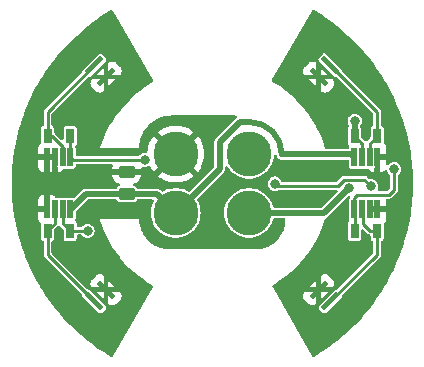
<source format=gbr>
%TF.GenerationSoftware,KiCad,Pcbnew,(7.0.0)*%
%TF.CreationDate,2024-02-03T20:32:24+01:00*%
%TF.ProjectId,Helios_rcv_01xx,48656c69-6f73-45f7-9263-765f30317878,rev?*%
%TF.SameCoordinates,PX9d5b340PY5f5e100*%
%TF.FileFunction,Copper,L1,Top*%
%TF.FilePolarity,Positive*%
%FSLAX46Y46*%
G04 Gerber Fmt 4.6, Leading zero omitted, Abs format (unit mm)*
G04 Created by KiCad (PCBNEW (7.0.0)) date 2024-02-03 20:32:24*
%MOMM*%
%LPD*%
G01*
G04 APERTURE LIST*
G04 Aperture macros list*
%AMRoundRect*
0 Rectangle with rounded corners*
0 $1 Rounding radius*
0 $2 $3 $4 $5 $6 $7 $8 $9 X,Y pos of 4 corners*
0 Add a 4 corners polygon primitive as box body*
4,1,4,$2,$3,$4,$5,$6,$7,$8,$9,$2,$3,0*
0 Add four circle primitives for the rounded corners*
1,1,$1+$1,$2,$3*
1,1,$1+$1,$4,$5*
1,1,$1+$1,$6,$7*
1,1,$1+$1,$8,$9*
0 Add four rect primitives between the rounded corners*
20,1,$1+$1,$2,$3,$4,$5,0*
20,1,$1+$1,$4,$5,$6,$7,0*
20,1,$1+$1,$6,$7,$8,$9,0*
20,1,$1+$1,$8,$9,$2,$3,0*%
%AMRotRect*
0 Rectangle, with rotation*
0 The origin of the aperture is its center*
0 $1 length*
0 $2 width*
0 $3 Rotation angle, in degrees counterclockwise*
0 Add horizontal line*
21,1,$1,$2,0,0,$3*%
G04 Aperture macros list end*
%TA.AperFunction,SMDPad,CuDef*%
%ADD10R,0.500000X1.500000*%
%TD*%
%TA.AperFunction,SMDPad,CuDef*%
%ADD11RoundRect,0.250000X-0.475000X0.250000X-0.475000X-0.250000X0.475000X-0.250000X0.475000X0.250000X0*%
%TD*%
%TA.AperFunction,SMDPad,CuDef*%
%ADD12R,0.700000X1.300000*%
%TD*%
%TA.AperFunction,SMDPad,CuDef*%
%ADD13RotRect,1.900000X0.400000X225.000000*%
%TD*%
%TA.AperFunction,SMDPad,CuDef*%
%ADD14RotRect,1.900000X0.400000X45.000000*%
%TD*%
%TA.AperFunction,SMDPad,CuDef*%
%ADD15RotRect,1.900000X0.400000X315.000000*%
%TD*%
%TA.AperFunction,SMDPad,CuDef*%
%ADD16RotRect,1.900000X0.400000X135.000000*%
%TD*%
%TA.AperFunction,ComponentPad*%
%ADD17C,3.800000*%
%TD*%
%TA.AperFunction,ViaPad*%
%ADD18C,0.800000*%
%TD*%
%TA.AperFunction,Conductor*%
%ADD19C,0.250000*%
%TD*%
%TA.AperFunction,Conductor*%
%ADD20C,0.500000*%
%TD*%
G04 APERTURE END LIST*
D10*
%TO.P,U1,1,OA*%
%TO.N,F2*%
X12024999Y-2199999D03*
%TO.P,U1,2,-IA*%
%TO.N,Net-(F2-K)*%
X12674999Y-2199999D03*
%TO.P,U1,3,+IA*%
%TO.N,GND*%
X13324999Y-2199999D03*
%TO.P,U1,4,GND*%
X13974999Y-2199999D03*
%TO.P,U1,5,+IB*%
X13974999Y2199999D03*
%TO.P,U1,6,-IB*%
%TO.N,Net-(F3-K)*%
X13324999Y2199999D03*
%TO.P,U1,7,OB*%
%TO.N,F3*%
X12674999Y2199999D03*
%TO.P,U1,8,VCC*%
%TO.N,VCC*%
X12024999Y2199999D03*
%TD*%
D11*
%TO.P,C1,1*%
%TO.N,GND*%
X-7250000Y1000000D03*
%TO.P,C1,2*%
%TO.N,VCC*%
X-7250000Y-900000D03*
%TD*%
D12*
%TO.P,R0,1*%
%TO.N,F0*%
X-12049999Y3999999D03*
%TO.P,R0,2*%
%TO.N,Net-(F0-K)*%
X-13949999Y3999999D03*
%TD*%
D13*
%TO.P,F2,1,K*%
%TO.N,Net-(F2-K)*%
X9994974Y-9994974D03*
%TO.P,F2,2,A*%
%TO.N,GND*%
X9005024Y-9005024D03*
%TD*%
D14*
%TO.P,F0,1,K*%
%TO.N,Net-(F0-K)*%
X-9994974Y9994974D03*
%TO.P,F0,2,A*%
%TO.N,GND*%
X-9005024Y9005024D03*
%TD*%
D12*
%TO.P,R3,1*%
%TO.N,F3*%
X12049999Y3999999D03*
%TO.P,R3,2*%
%TO.N,Net-(F3-K)*%
X13949999Y3999999D03*
%TD*%
D10*
%TO.P,U0,1,OA*%
%TO.N,F0*%
X-12024999Y2199999D03*
%TO.P,U0,2,-IA*%
%TO.N,Net-(F0-K)*%
X-12674999Y2199999D03*
%TO.P,U0,3,+IA*%
%TO.N,GND*%
X-13324999Y2199999D03*
%TO.P,U0,4,GND*%
X-13974999Y2199999D03*
%TO.P,U0,5,+IB*%
X-13974999Y-2199999D03*
%TO.P,U0,6,-IB*%
%TO.N,Net-(F1-K)*%
X-13324999Y-2199999D03*
%TO.P,U0,7,OB*%
%TO.N,F1*%
X-12674999Y-2199999D03*
%TO.P,U0,8,VCC*%
%TO.N,VCC*%
X-12024999Y-2199999D03*
%TD*%
D15*
%TO.P,F3,1,K*%
%TO.N,Net-(F3-K)*%
X9994974Y9994974D03*
%TO.P,F3,2,A*%
%TO.N,GND*%
X9005024Y9005024D03*
%TD*%
D16*
%TO.P,F1,1,K*%
%TO.N,Net-(F1-K)*%
X-9994974Y-9994974D03*
%TO.P,F1,2,A*%
%TO.N,GND*%
X-9005024Y-9005024D03*
%TD*%
D12*
%TO.P,R2,1*%
%TO.N,F2*%
X12049999Y-3999999D03*
%TO.P,R2,2*%
%TO.N,Net-(F2-K)*%
X13949999Y-3999999D03*
%TD*%
%TO.P,R1,1*%
%TO.N,F1*%
X-12049999Y-3999999D03*
%TO.P,R1,2*%
%TO.N,Net-(F1-K)*%
X-13949999Y-3999999D03*
%TD*%
D17*
%TO.P,J2,1,Pin_1*%
%TO.N,SCL*%
X3100000Y2500000D03*
%TO.P,J2,2,Pin_2*%
%TO.N,SDA*%
X3100000Y-2500000D03*
%TD*%
%TO.P,J1,1,Pin_1*%
%TO.N,GND*%
X-3100000Y2500000D03*
%TO.P,J1,2,Pin_2*%
%TO.N,VCC*%
X-3100000Y-2500000D03*
%TD*%
D18*
%TO.N,GND*%
X15086000Y5004000D03*
X9879000Y559000D03*
%TO.N,SDA*%
X11549500Y-400500D03*
%TO.N,F0*%
X-5742000Y1956000D03*
%TO.N,F1*%
X-10568000Y-4013000D03*
X5285977Y-19939D03*
X13440372Y-235128D03*
%TO.N,F2*%
X15396000Y1194000D03*
%TO.N,F3*%
X12050000Y5300000D03*
%TD*%
D19*
%TO.N,Net-(F0-K)*%
X-13575000Y4000000D02*
X-12675000Y3100000D01*
X-13950000Y6039950D02*
X-13950000Y4000000D01*
X-13950000Y4000000D02*
X-13575000Y4000000D01*
X-12675000Y3100000D02*
X-12675000Y2200000D01*
X-9994975Y9994975D02*
X-13950000Y6039950D01*
%TO.N,Net-(F1-K)*%
X-13950000Y-4000000D02*
X-13325000Y-3375000D01*
X-9994975Y-9994975D02*
X-13950000Y-6039950D01*
X-13325000Y-3375000D02*
X-13325000Y-2200000D01*
X-13950000Y-6039950D02*
X-13950000Y-4000000D01*
%TO.N,Net-(F2-K)*%
X13950000Y-4000000D02*
X13350000Y-4000000D01*
X12750000Y-3400000D02*
X12750000Y-2275000D01*
X13350000Y-4000000D02*
X12750000Y-3400000D01*
X9994975Y-9994975D02*
X13950000Y-6039950D01*
X13950000Y-6039950D02*
X13950000Y-4000000D01*
X12750000Y-2275000D02*
X12675000Y-2200000D01*
%TO.N,Net-(F3-K)*%
X13950000Y4000000D02*
X13325000Y3375000D01*
X13325000Y3375000D02*
X13325000Y2200000D01*
X13950000Y6039950D02*
X13950000Y4000000D01*
X9994975Y9994975D02*
X13950000Y6039950D01*
D20*
%TO.N,SDA*%
X9450000Y-2500000D02*
X3100000Y-2500000D01*
X11549500Y-400500D02*
X9450000Y-2500000D01*
%TO.N,VCC*%
X-7250000Y-900000D02*
X-10725000Y-900000D01*
X11975000Y2200000D02*
X11975000Y2250000D01*
X11761000Y2464000D02*
X5882484Y2464000D01*
X608000Y3480000D02*
X608000Y1208000D01*
X608000Y1208000D02*
X-3100000Y-2500000D01*
X-7250000Y-900000D02*
X-4700000Y-900000D01*
X-10725000Y-900000D02*
X-11975000Y-2150000D01*
X11975000Y2250000D02*
X11761000Y2464000D01*
X-11975000Y-2150000D02*
X-11975000Y-2200000D01*
X3149215Y5198484D02*
X2326484Y5198484D01*
X-4700000Y-900000D02*
X-3100000Y-2500000D01*
X2326484Y5198484D02*
X608000Y3480000D01*
X5882484Y2464000D02*
G75*
G03*
X3149215Y5198484I-2734484J0D01*
G01*
D19*
%TO.N,F0*%
X-11781000Y1956000D02*
X-12025000Y2200000D01*
X-12050000Y2225000D02*
X-12025000Y2200000D01*
X-12050000Y4000000D02*
X-12050000Y2225000D01*
X-5742000Y1956000D02*
X-11781000Y1956000D01*
%TO.N,F1*%
X-12050000Y-4000000D02*
X-10581000Y-4000000D01*
X-12050000Y-4000000D02*
X-12675000Y-3375000D01*
X-10581000Y-4000000D02*
X-10568000Y-4013000D01*
X10641000Y-203000D02*
X11168500Y324500D01*
X5469038Y-203000D02*
X10641000Y-203000D01*
X11168500Y324500D02*
X12880744Y324500D01*
X-12675000Y-3375000D02*
X-12675000Y-2200000D01*
X5285977Y-19939D02*
X5469038Y-203000D01*
X12880744Y324500D02*
X13440372Y-235128D01*
%TO.N,F2*%
X15396000Y-528000D02*
X14959000Y-965000D01*
X12285000Y-965000D02*
X12025000Y-1225000D01*
X14959000Y-965000D02*
X12285000Y-965000D01*
X12025000Y-1225000D02*
X12025000Y-2200000D01*
X12050000Y-4000000D02*
X12050000Y-2225000D01*
X12050000Y-2225000D02*
X12025000Y-2200000D01*
X15396000Y1194000D02*
X15396000Y-528000D01*
D20*
%TO.N,F3*%
X12050000Y5300000D02*
X12050000Y4000000D01*
D19*
X12675000Y3375000D02*
X12675000Y2200000D01*
X12050000Y4000000D02*
X12675000Y3375000D01*
%TD*%
%TA.AperFunction,Conductor*%
%TO.N,GND*%
G36*
X-8471056Y14664506D02*
G01*
X-8424854Y14618594D01*
X-5036826Y8739369D01*
X-5020263Y8677355D01*
X-5036927Y8615368D01*
X-5082352Y8570018D01*
X-5219400Y8491045D01*
X-5219430Y8491027D01*
X-5220939Y8490157D01*
X-5222400Y8489201D01*
X-5222418Y8489189D01*
X-5695358Y8179418D01*
X-5695391Y8179396D01*
X-5696846Y8178442D01*
X-5698266Y8177392D01*
X-5698281Y8177381D01*
X-6152766Y7841139D01*
X-6152800Y7841113D01*
X-6154194Y7840081D01*
X-6155533Y7838968D01*
X-6155562Y7838944D01*
X-6590122Y7477316D01*
X-6590134Y7477306D01*
X-6591490Y7476177D01*
X-6592784Y7474970D01*
X-6592794Y7474960D01*
X-7006004Y7089139D01*
X-7006035Y7089109D01*
X-7007312Y7087916D01*
X-7008517Y7086655D01*
X-7008543Y7086629D01*
X-7399088Y6677836D01*
X-7399108Y6677815D01*
X-7400304Y6676562D01*
X-7401432Y6675239D01*
X-7401447Y6675221D01*
X-7768037Y6244804D01*
X-7768053Y6244785D01*
X-7769185Y6243455D01*
X-7770237Y6242068D01*
X-7770260Y6242038D01*
X-8111674Y5791434D01*
X-8112754Y5790008D01*
X-8113744Y5788534D01*
X-8113748Y5788528D01*
X-8428911Y5319158D01*
X-8428922Y5319142D01*
X-8429892Y5317696D01*
X-8430785Y5316188D01*
X-8430786Y5316185D01*
X-8717184Y4832083D01*
X-8719565Y4828059D01*
X-8720359Y4826525D01*
X-8720368Y4826507D01*
X-8980023Y4324253D01*
X-8980829Y4322693D01*
X-8981542Y4321098D01*
X-8981551Y4321078D01*
X-9212115Y3804855D01*
X-9212127Y3804827D01*
X-9212834Y3803243D01*
X-9213452Y3801618D01*
X-9213459Y3801599D01*
X-9413953Y3273693D01*
X-9414823Y3271402D01*
X-9415350Y3269734D01*
X-9415357Y3269713D01*
X-9495704Y3015266D01*
X-9495704Y3015264D01*
X-9500466Y3000183D01*
X-9500541Y3000000D01*
X-9500532Y2999978D01*
X-9500627Y2999674D01*
X-9500175Y2999532D01*
X-9500099Y2999500D01*
X-9500076Y2999500D01*
X-9499674Y2999373D01*
X-9499634Y2999500D01*
X-6200500Y2999500D01*
X-6199901Y2999500D01*
X-6199500Y2999500D01*
X-6199500Y2999901D01*
X-6199459Y3000000D01*
X-6199496Y3000088D01*
X-6193026Y3115300D01*
X-6181321Y3308810D01*
X-6179801Y3322042D01*
X-6155990Y3462177D01*
X-6155794Y3463288D01*
X-6126202Y3624770D01*
X-6123400Y3636691D01*
X-6082495Y3778675D01*
X-6081766Y3781106D01*
X-6034695Y3932162D01*
X-6030897Y3942651D01*
X-5973455Y4081328D01*
X-5972040Y4084606D01*
X-5908046Y4226794D01*
X-5903536Y4235806D01*
X-5831191Y4366705D01*
X-4609833Y4366705D01*
X-4603927Y4357480D01*
X-3111543Y2865096D01*
X-3100000Y2858432D01*
X-3088458Y2865096D01*
X-1596073Y4357482D01*
X-1590169Y4366706D01*
X-1597440Y4374889D01*
X-1808321Y4528103D01*
X-1814892Y4532273D01*
X-2072695Y4674001D01*
X-2079734Y4677314D01*
X-2353271Y4785614D01*
X-2360666Y4788017D01*
X-2645626Y4861183D01*
X-2653257Y4862638D01*
X-2945141Y4899512D01*
X-2952899Y4900000D01*
X-3247101Y4900000D01*
X-3254860Y4899512D01*
X-3546744Y4862638D01*
X-3554375Y4861183D01*
X-3839335Y4788017D01*
X-3846730Y4785614D01*
X-4120267Y4677314D01*
X-4127306Y4674001D01*
X-4385101Y4532277D01*
X-4391691Y4528095D01*
X-4602559Y4374891D01*
X-4609833Y4366705D01*
X-5831191Y4366705D01*
X-5830382Y4368169D01*
X-5828020Y4372254D01*
X-5747979Y4504658D01*
X-5743030Y4512205D01*
X-5655135Y4636082D01*
X-5651714Y4640668D01*
X-5556614Y4762054D01*
X-5551534Y4768123D01*
X-5450140Y4881583D01*
X-5445449Y4886544D01*
X-5336544Y4995449D01*
X-5331583Y5000140D01*
X-5218123Y5101534D01*
X-5212054Y5106614D01*
X-5090668Y5201714D01*
X-5086082Y5205135D01*
X-4962205Y5293030D01*
X-4954658Y5297979D01*
X-4822254Y5378020D01*
X-4818169Y5380382D01*
X-4685806Y5453536D01*
X-4676794Y5458046D01*
X-4534606Y5522040D01*
X-4531328Y5523455D01*
X-4392651Y5580897D01*
X-4382162Y5584695D01*
X-4231106Y5631766D01*
X-4228675Y5632495D01*
X-4086691Y5673400D01*
X-4074770Y5676202D01*
X-3913288Y5705794D01*
X-3912177Y5705990D01*
X-3772042Y5729801D01*
X-3758810Y5731321D01*
X-3565431Y5743018D01*
X-3453350Y5749312D01*
X-3446638Y5749506D01*
X1948662Y5757307D01*
X2005009Y5743857D01*
X2049097Y5706278D01*
X2071303Y5652774D01*
X2066782Y5595021D01*
X2036520Y5545624D01*
X2015542Y5524647D01*
X2012206Y5521433D01*
X1977099Y5488858D01*
X1977095Y5488854D01*
X1970290Y5482539D01*
X1966821Y5476533D01*
X1961723Y5470828D01*
X312263Y3821368D01*
X301898Y3812105D01*
X281297Y3795676D01*
X281291Y3795671D01*
X274030Y3789879D01*
X268797Y3782205D01*
X268796Y3782203D01*
X241824Y3742644D01*
X239144Y3738868D01*
X210724Y3700359D01*
X210721Y3700354D01*
X205207Y3692882D01*
X202370Y3684776D01*
X197528Y3677673D01*
X194791Y3668801D01*
X194788Y3668794D01*
X180672Y3623032D01*
X179225Y3618633D01*
X163422Y3573468D01*
X160354Y3564699D01*
X160032Y3556114D01*
X157500Y3547902D01*
X157500Y3538615D01*
X157500Y3490738D01*
X157413Y3486101D01*
X155623Y3438281D01*
X155623Y3438277D01*
X155276Y3428990D01*
X157071Y3422288D01*
X157500Y3414658D01*
X157500Y1445966D01*
X148061Y1398513D01*
X121181Y1358285D01*
X-1898558Y-661452D01*
X-1944714Y-690611D01*
X-1998920Y-697121D01*
X-2050665Y-679720D01*
X-2131375Y-630639D01*
X-2165204Y-615945D01*
X-2391061Y-517841D01*
X-2391071Y-517837D01*
X-2394942Y-516156D01*
X-2404107Y-513588D01*
X-2667563Y-439771D01*
X-2667576Y-439768D01*
X-2671642Y-438629D01*
X-2675832Y-438053D01*
X-2675842Y-438051D01*
X-2952125Y-400076D01*
X-2952138Y-400075D01*
X-2956322Y-399500D01*
X-3243678Y-399500D01*
X-3247862Y-400075D01*
X-3247876Y-400076D01*
X-3524159Y-438051D01*
X-3524172Y-438053D01*
X-3528358Y-438629D01*
X-3532423Y-439767D01*
X-3532438Y-439771D01*
X-3800987Y-515015D01*
X-3800992Y-515016D01*
X-3805058Y-516156D01*
X-3808925Y-517835D01*
X-3808940Y-517841D01*
X-4064739Y-628950D01*
X-4064752Y-628956D01*
X-4068625Y-630639D01*
X-4072236Y-632835D01*
X-4072251Y-632843D01*
X-4149336Y-679719D01*
X-4201084Y-697121D01*
X-4255289Y-690611D01*
X-4301445Y-661452D01*
X-4358632Y-604265D01*
X-4367898Y-593896D01*
X-4384324Y-573298D01*
X-4384328Y-573294D01*
X-4390121Y-566030D01*
X-4437357Y-533825D01*
X-4441130Y-531148D01*
X-4445229Y-528123D01*
X-4487118Y-497207D01*
X-4495225Y-494370D01*
X-4502327Y-489528D01*
X-4511202Y-486790D01*
X-4511205Y-486789D01*
X-4556951Y-472679D01*
X-4561356Y-471230D01*
X-4570450Y-468048D01*
X-4584110Y-463268D01*
X-4606535Y-455421D01*
X-4606537Y-455420D01*
X-4615301Y-452354D01*
X-4623887Y-452032D01*
X-4632098Y-449500D01*
X-4641388Y-449500D01*
X-4689262Y-449500D01*
X-4693899Y-449413D01*
X-4741720Y-447623D01*
X-4741725Y-447623D01*
X-4751010Y-447276D01*
X-4757713Y-449071D01*
X-4765342Y-449500D01*
X-6300471Y-449500D01*
X-6356352Y-436195D01*
X-6400241Y-399133D01*
X-6433223Y-354444D01*
X-6452850Y-327850D01*
X-6469893Y-315272D01*
X-6554642Y-252724D01*
X-6554645Y-252722D01*
X-6562118Y-247207D01*
X-6570885Y-244139D01*
X-6570891Y-244136D01*
X-6626402Y-224712D01*
X-6679053Y-188997D01*
X-6707062Y-131874D01*
X-6703057Y-68379D01*
X-6668092Y-15227D01*
X-6621607Y8390D01*
X-6622304Y10494D01*
X-6462733Y63371D01*
X-6449734Y69433D01*
X-6312806Y153891D01*
X-6301545Y162795D01*
X-6187795Y276545D01*
X-6178891Y287806D01*
X-6094433Y424734D01*
X-6088371Y437733D01*
X-6037625Y590875D01*
X-6034806Y604042D01*
X-6031817Y633296D01*
X-4609833Y633296D01*
X-4602562Y625113D01*
X-4391680Y471898D01*
X-4385109Y467728D01*
X-4127306Y326000D01*
X-4120267Y322687D01*
X-3846730Y214387D01*
X-3839335Y211984D01*
X-3554375Y138818D01*
X-3546744Y137363D01*
X-3254860Y100489D01*
X-3247101Y100000D01*
X-2952899Y100000D01*
X-2945141Y100489D01*
X-2653257Y137363D01*
X-2645626Y138818D01*
X-2360666Y211984D01*
X-2353271Y214387D01*
X-2079734Y322687D01*
X-2072695Y326000D01*
X-1814892Y467728D01*
X-1808322Y471898D01*
X-1597440Y625113D01*
X-1590169Y633296D01*
X-1596073Y642520D01*
X-3088458Y2134905D01*
X-3100000Y2141569D01*
X-3111543Y2134905D01*
X-4603929Y642520D01*
X-4609833Y633296D01*
X-6031817Y633296D01*
X-6025320Y696891D01*
X-6025000Y703168D01*
X-6025000Y733674D01*
X-6028451Y746550D01*
X-6041326Y750000D01*
X-8458673Y750000D01*
X-8471549Y746550D01*
X-8474999Y733674D01*
X-8474999Y703171D01*
X-8474679Y696889D01*
X-8465195Y604041D01*
X-8462377Y590878D01*
X-8411630Y437733D01*
X-8405568Y424734D01*
X-8321110Y287806D01*
X-8312206Y276545D01*
X-8198456Y162795D01*
X-8187195Y153891D01*
X-8050267Y69433D01*
X-8037268Y63371D01*
X-7877696Y10494D01*
X-7878394Y8391D01*
X-7831902Y-15233D01*
X-7796942Y-68385D01*
X-7792940Y-131878D01*
X-7820949Y-188999D01*
X-7873598Y-224712D01*
X-7929111Y-244137D01*
X-7929117Y-244139D01*
X-7937882Y-247207D01*
X-7945354Y-252720D01*
X-7945359Y-252724D01*
X-8039673Y-322331D01*
X-8039676Y-322333D01*
X-8047150Y-327850D01*
X-8052667Y-335324D01*
X-8052669Y-335327D01*
X-8099759Y-399133D01*
X-8143648Y-436195D01*
X-8199529Y-449500D01*
X-10692739Y-449500D01*
X-10706622Y-448720D01*
X-10732801Y-445770D01*
X-10732804Y-445770D01*
X-10742035Y-444730D01*
X-10798205Y-455357D01*
X-10802758Y-456131D01*
X-10850106Y-463268D01*
X-10850107Y-463268D01*
X-10859287Y-464652D01*
X-10867027Y-468379D01*
X-10875472Y-469977D01*
X-10883683Y-474316D01*
X-10883690Y-474319D01*
X-10926037Y-496699D01*
X-10930170Y-498786D01*
X-10972535Y-519189D01*
X-10981642Y-523575D01*
X-10987940Y-529417D01*
X-10995538Y-533434D01*
X-11002099Y-539994D01*
X-11002106Y-540000D01*
X-11035955Y-573849D01*
X-11039291Y-577063D01*
X-11074383Y-609624D01*
X-11074387Y-609628D01*
X-11081194Y-615945D01*
X-11084663Y-621950D01*
X-11089759Y-627653D01*
X-11675286Y-1213181D01*
X-11715514Y-1240061D01*
X-11762967Y-1249500D01*
X-12294748Y-1249500D01*
X-12300715Y-1250686D01*
X-12300727Y-1250688D01*
X-12325816Y-1255678D01*
X-12374191Y-1255678D01*
X-12393267Y-1251884D01*
X-12405252Y-1249500D01*
X-12944748Y-1249500D01*
X-12950715Y-1250686D01*
X-12950727Y-1250688D01*
X-12975816Y-1255678D01*
X-13024191Y-1255678D01*
X-13043267Y-1251884D01*
X-13055252Y-1249500D01*
X-13188444Y-1249500D01*
X-13243948Y-1236384D01*
X-13287711Y-1199811D01*
X-13362499Y-1099907D01*
X-13374908Y-1087498D01*
X-13475811Y-1011962D01*
X-13491223Y-1003547D01*
X-13610359Y-959111D01*
X-13625333Y-955573D01*
X-13673886Y-950353D01*
X-13680482Y-950000D01*
X-13708674Y-950000D01*
X-13721550Y-953450D01*
X-13725000Y-966326D01*
X-13725000Y-1275986D01*
X-13730340Y-1311982D01*
X-13745897Y-1344874D01*
X-13763867Y-1371769D01*
X-13766250Y-1383745D01*
X-13766250Y-1383747D01*
X-13774311Y-1424271D01*
X-13774312Y-1424277D01*
X-13775500Y-1430252D01*
X-13775500Y-1436348D01*
X-13775500Y-2326000D01*
X-13792113Y-2388000D01*
X-13837500Y-2433387D01*
X-13899500Y-2450000D01*
X-14708674Y-2450000D01*
X-14721550Y-2453450D01*
X-14725000Y-2466326D01*
X-14725000Y-2994518D01*
X-14724647Y-3001114D01*
X-14719427Y-3049667D01*
X-14715889Y-3064641D01*
X-14671453Y-3183777D01*
X-14663038Y-3199189D01*
X-14587502Y-3300092D01*
X-14575093Y-3312501D01*
X-14550189Y-3331144D01*
X-14513616Y-3374907D01*
X-14500500Y-3430411D01*
X-14500500Y-4669748D01*
X-14488867Y-4728231D01*
X-14444552Y-4794552D01*
X-14378231Y-4838867D01*
X-14366253Y-4841249D01*
X-14354970Y-4845923D01*
X-14355926Y-4848230D01*
X-14324018Y-4862686D01*
X-14288289Y-4906218D01*
X-14275500Y-4961065D01*
X-14275500Y-6020323D01*
X-14275972Y-6031131D01*
X-14278319Y-6057950D01*
X-14278319Y-6057953D01*
X-14279264Y-6068757D01*
X-14276457Y-6079232D01*
X-14276457Y-6079233D01*
X-14269487Y-6105247D01*
X-14267148Y-6115802D01*
X-14262473Y-6142311D01*
X-14262472Y-6142316D01*
X-14260588Y-6152995D01*
X-14255169Y-6162382D01*
X-14253916Y-6165823D01*
X-14252362Y-6169156D01*
X-14249554Y-6179634D01*
X-14227888Y-6210577D01*
X-14222086Y-6219685D01*
X-14208619Y-6243010D01*
X-14208618Y-6243011D01*
X-14203194Y-6252405D01*
X-14174243Y-6276697D01*
X-14166282Y-6283994D01*
X-11045864Y-9404412D01*
X-11024186Y-9433641D01*
X-11011927Y-9467902D01*
X-10997015Y-9542876D01*
X-10963887Y-9592456D01*
X-9592456Y-10963887D01*
X-9542876Y-10997015D01*
X-9464645Y-11012575D01*
X-9386413Y-10997015D01*
X-9336834Y-10963887D01*
X-9026063Y-10653116D01*
X-8992935Y-10603537D01*
X-8977375Y-10525305D01*
X-8992935Y-10447074D01*
X-9026063Y-10397494D01*
X-9240793Y-10182764D01*
X-8805025Y-10182764D01*
X-8802782Y-10194042D01*
X-8796453Y-10203514D01*
X-8791850Y-10207649D01*
X-8753832Y-10238286D01*
X-8740744Y-10246371D01*
X-8625078Y-10299193D01*
X-8608230Y-10304140D01*
X-8483473Y-10322077D01*
X-8465917Y-10322077D01*
X-8341161Y-10304140D01*
X-8324313Y-10299193D01*
X-8208647Y-10246371D01*
X-8195559Y-10238286D01*
X-8157541Y-10207649D01*
X-8152615Y-10203224D01*
X-7806826Y-9857435D01*
X-7802401Y-9852509D01*
X-7771764Y-9814491D01*
X-7763679Y-9801403D01*
X-7710857Y-9685737D01*
X-7705910Y-9668889D01*
X-7687973Y-9544133D01*
X-7687973Y-9526577D01*
X-7705910Y-9401820D01*
X-7710857Y-9384972D01*
X-7763679Y-9269306D01*
X-7771764Y-9256218D01*
X-7802401Y-9218200D01*
X-7806536Y-9213597D01*
X-7816008Y-9207268D01*
X-7827286Y-9205025D01*
X-8788699Y-9205025D01*
X-8801575Y-9208475D01*
X-8805025Y-9221351D01*
X-8805025Y-10182764D01*
X-9240793Y-10182764D01*
X-10216302Y-9207255D01*
X-9789590Y-9207255D01*
X-9784598Y-9215402D01*
X-9215403Y-9784597D01*
X-9207256Y-9789589D01*
X-9205025Y-9780299D01*
X-9205025Y-9221351D01*
X-9208476Y-9208475D01*
X-9221351Y-9205025D01*
X-9780299Y-9205025D01*
X-9789590Y-9207255D01*
X-10216302Y-9207255D01*
X-10397494Y-9026063D01*
X-10447074Y-8992935D01*
X-10459049Y-8990553D01*
X-10522047Y-8978023D01*
X-10556309Y-8965764D01*
X-10585538Y-8944086D01*
X-11046151Y-8483473D01*
X-10322077Y-8483473D01*
X-10304141Y-8608229D01*
X-10299194Y-8625077D01*
X-10246372Y-8740743D01*
X-10238287Y-8753831D01*
X-10207650Y-8791849D01*
X-10203515Y-8796452D01*
X-10194043Y-8802781D01*
X-10182764Y-8805025D01*
X-9221351Y-8805025D01*
X-9208476Y-8801574D01*
X-9205025Y-8788699D01*
X-8805025Y-8788699D01*
X-8801575Y-8801574D01*
X-8788699Y-8805025D01*
X-8229751Y-8805025D01*
X-8220461Y-8802794D01*
X-8225453Y-8794647D01*
X-8794648Y-8225452D01*
X-8802795Y-8220460D01*
X-8805025Y-8229751D01*
X-8805025Y-8788699D01*
X-9205025Y-8788699D01*
X-9205025Y-7827286D01*
X-9207269Y-7816007D01*
X-9213598Y-7806535D01*
X-9218201Y-7802400D01*
X-9256219Y-7771763D01*
X-9269307Y-7763678D01*
X-9384973Y-7710856D01*
X-9401821Y-7705909D01*
X-9526577Y-7687973D01*
X-9544133Y-7687973D01*
X-9668890Y-7705909D01*
X-9685738Y-7710856D01*
X-9801404Y-7763678D01*
X-9814492Y-7771763D01*
X-9852510Y-7802400D01*
X-9857436Y-7806825D01*
X-10203225Y-8152614D01*
X-10207650Y-8157540D01*
X-10238287Y-8195558D01*
X-10246372Y-8208646D01*
X-10299194Y-8324312D01*
X-10304141Y-8341160D01*
X-10322077Y-8465917D01*
X-10322077Y-8483473D01*
X-11046151Y-8483473D01*
X-13588181Y-5941443D01*
X-13615061Y-5901215D01*
X-13624500Y-5853762D01*
X-13624500Y-4961065D01*
X-13611711Y-4906218D01*
X-13575982Y-4862686D01*
X-13544075Y-4848230D01*
X-13545030Y-4845923D01*
X-13533749Y-4841249D01*
X-13521769Y-4838867D01*
X-13455448Y-4794552D01*
X-13411133Y-4728231D01*
X-13399500Y-4669748D01*
X-13399500Y-3961188D01*
X-13390061Y-3913736D01*
X-13363184Y-3873510D01*
X-13108692Y-3619017D01*
X-13100750Y-3611740D01*
X-13079702Y-3594079D01*
X-13028594Y-3568414D01*
X-12971401Y-3568415D01*
X-12920297Y-3594081D01*
X-12899246Y-3611746D01*
X-12891282Y-3619044D01*
X-12636819Y-3873507D01*
X-12609939Y-3913735D01*
X-12600500Y-3961188D01*
X-12600500Y-4669748D01*
X-12588867Y-4728231D01*
X-12544552Y-4794552D01*
X-12478231Y-4838867D01*
X-12419748Y-4850500D01*
X-11686348Y-4850500D01*
X-11680252Y-4850500D01*
X-11621769Y-4838867D01*
X-11555448Y-4794552D01*
X-11511133Y-4728231D01*
X-11499500Y-4669748D01*
X-11499500Y-4449500D01*
X-11482887Y-4387500D01*
X-11437500Y-4342113D01*
X-11375500Y-4325500D01*
X-11146274Y-4325500D01*
X-11091430Y-4338288D01*
X-11047899Y-4374013D01*
X-10996282Y-4441282D01*
X-10870841Y-4537536D01*
X-10724762Y-4598044D01*
X-10568000Y-4618682D01*
X-10411238Y-4598044D01*
X-10265159Y-4537536D01*
X-10139718Y-4441282D01*
X-10043464Y-4315841D01*
X-9982956Y-4169762D01*
X-9962318Y-4013000D01*
X-9980682Y-3873508D01*
X-9981895Y-3864297D01*
X-9981896Y-3864296D01*
X-9982956Y-3856238D01*
X-10043464Y-3710159D01*
X-10139718Y-3584718D01*
X-10160965Y-3568415D01*
X-10258712Y-3493411D01*
X-10265159Y-3488464D01*
X-10339461Y-3457687D01*
X-10403729Y-3431066D01*
X-10403732Y-3431065D01*
X-10411238Y-3427956D01*
X-10419292Y-3426895D01*
X-10419298Y-3426894D01*
X-10559941Y-3408379D01*
X-10568000Y-3407318D01*
X-10576059Y-3408379D01*
X-10716703Y-3426894D01*
X-10716711Y-3426896D01*
X-10724762Y-3427956D01*
X-10732267Y-3431064D01*
X-10732272Y-3431066D01*
X-10863334Y-3485354D01*
X-10863338Y-3485355D01*
X-10870841Y-3488464D01*
X-10877286Y-3493408D01*
X-10877289Y-3493411D01*
X-10989836Y-3579771D01*
X-10989840Y-3579774D01*
X-10996282Y-3584718D01*
X-11001226Y-3591160D01*
X-11001229Y-3591164D01*
X-11027948Y-3625986D01*
X-11071480Y-3661712D01*
X-11126324Y-3674500D01*
X-11375500Y-3674500D01*
X-11437500Y-3657887D01*
X-11482887Y-3612500D01*
X-11499500Y-3550500D01*
X-11499500Y-3336348D01*
X-11499500Y-3330252D01*
X-11511133Y-3271769D01*
X-11555448Y-3205448D01*
X-11565602Y-3198663D01*
X-11574217Y-3190048D01*
X-11603956Y-3142223D01*
X-11609475Y-3086177D01*
X-11595984Y-3050336D01*
X-11597592Y-3049670D01*
X-11592919Y-3038385D01*
X-11586133Y-3028231D01*
X-11574500Y-2969748D01*
X-11574500Y-2443489D01*
X-11564086Y-2397858D01*
X-11564542Y-2397718D01*
X-11564528Y-2397673D01*
X-11564221Y-2396677D01*
X-11563569Y-2395594D01*
X-11562664Y-2391627D01*
X-11561789Y-2388791D01*
X-11557756Y-2380417D01*
X-11555176Y-2381659D01*
X-11533398Y-2345499D01*
X-10574717Y-1386819D01*
X-10534488Y-1359939D01*
X-10487035Y-1350500D01*
X-8199529Y-1350500D01*
X-8143648Y-1363805D01*
X-8099759Y-1400867D01*
X-8047150Y-1472150D01*
X-7937882Y-1552793D01*
X-7809699Y-1597646D01*
X-7779266Y-1600500D01*
X-6723627Y-1600500D01*
X-6720734Y-1600500D01*
X-6690301Y-1597646D01*
X-6562118Y-1552793D01*
X-6452850Y-1472150D01*
X-6400242Y-1400867D01*
X-6356352Y-1363805D01*
X-6300471Y-1350500D01*
X-5074020Y-1350500D01*
X-5013246Y-1366414D01*
X-4968072Y-1410072D01*
X-4950092Y-1470267D01*
X-4963922Y-1531548D01*
X-5029155Y-1657440D01*
X-5029160Y-1657450D01*
X-5031104Y-1661203D01*
X-5032521Y-1665188D01*
X-5032525Y-1665199D01*
X-5089536Y-1825614D01*
X-5127334Y-1931968D01*
X-5128195Y-1936112D01*
X-5128197Y-1936119D01*
X-5184937Y-2209167D01*
X-5184939Y-2209177D01*
X-5185798Y-2213314D01*
X-5186087Y-2217529D01*
X-5186087Y-2217534D01*
X-5198341Y-2396679D01*
X-5205408Y-2500000D01*
X-5185798Y-2786686D01*
X-5184939Y-2790824D01*
X-5184937Y-2790832D01*
X-5131011Y-3050336D01*
X-5127334Y-3068032D01*
X-5125916Y-3072021D01*
X-5125915Y-3072025D01*
X-5041269Y-3310197D01*
X-5031104Y-3338797D01*
X-5029157Y-3342555D01*
X-5029155Y-3342559D01*
X-4900851Y-3590173D01*
X-4898901Y-3593936D01*
X-4896455Y-3597401D01*
X-4735634Y-3825235D01*
X-4735630Y-3825240D01*
X-4733189Y-3828698D01*
X-4537053Y-4038708D01*
X-4533772Y-4041377D01*
X-4533769Y-4041380D01*
X-4494423Y-4073390D01*
X-4314147Y-4220055D01*
X-4068625Y-4369361D01*
X-4064740Y-4371048D01*
X-4064739Y-4371049D01*
X-3850323Y-4464183D01*
X-3805058Y-4483844D01*
X-3613427Y-4537536D01*
X-3532438Y-4560228D01*
X-3532436Y-4560228D01*
X-3528358Y-4561371D01*
X-3243678Y-4600500D01*
X-2960559Y-4600500D01*
X-2956322Y-4600500D01*
X-2671642Y-4561371D01*
X-2394942Y-4483844D01*
X-2131375Y-4369361D01*
X-1885853Y-4220055D01*
X-1662947Y-4038708D01*
X-1466811Y-3828698D01*
X-1301099Y-3593936D01*
X-1168896Y-3338797D01*
X-1072666Y-3068032D01*
X-1014202Y-2786686D01*
X-994592Y-2500000D01*
X-1014202Y-2213314D01*
X-1072666Y-1931968D01*
X-1168896Y-1661203D01*
X-1282516Y-1441928D01*
X-1296217Y-1391935D01*
X-1288283Y-1340707D01*
X-1260101Y-1297202D01*
X903744Y866643D01*
X914093Y875891D01*
X941970Y898121D01*
X974191Y945382D01*
X976830Y949102D01*
X1010793Y995118D01*
X1013629Y1003225D01*
X1018472Y1010327D01*
X1035325Y1064970D01*
X1036762Y1069338D01*
X1055646Y1123301D01*
X1055967Y1131887D01*
X1058500Y1140098D01*
X1058500Y1197262D01*
X1058587Y1201899D01*
X1060376Y1249720D01*
X1060724Y1259010D01*
X1058928Y1265713D01*
X1058500Y1273342D01*
X1058500Y1365422D01*
X1075682Y1428397D01*
X1122466Y1473920D01*
X1185887Y1489376D01*
X1248369Y1470480D01*
X1292596Y1422473D01*
X1301099Y1406064D01*
X1332474Y1361616D01*
X1464366Y1174765D01*
X1464370Y1174760D01*
X1466811Y1171302D01*
X1533492Y1099904D01*
X1658245Y966326D01*
X1662947Y961292D01*
X1666228Y958623D01*
X1666231Y958620D01*
X1740595Y898121D01*
X1885853Y779945D01*
X2131375Y630639D01*
X2135260Y628952D01*
X2135261Y628951D01*
X2338244Y540783D01*
X2394942Y516156D01*
X2615384Y454392D01*
X2667562Y439772D01*
X2667564Y439772D01*
X2671642Y438629D01*
X2956322Y399500D01*
X3239441Y399500D01*
X3243678Y399500D01*
X3528358Y438629D01*
X3805058Y516156D01*
X4068625Y630639D01*
X4314147Y779945D01*
X4537053Y961292D01*
X4733189Y1171302D01*
X4898901Y1406064D01*
X5031104Y1661203D01*
X5127334Y1931968D01*
X5185798Y2213314D01*
X5194802Y2344957D01*
X5218910Y2410353D01*
X5274489Y2452415D01*
X5343977Y2457850D01*
X5405420Y2424942D01*
X5438022Y2366562D01*
X5438318Y2362622D01*
X5441711Y2353975D01*
X5441712Y2353973D01*
X5451340Y2329441D01*
X5455684Y2316240D01*
X5462685Y2290114D01*
X5466749Y2283074D01*
X5466750Y2283073D01*
X5470811Y2276039D01*
X5478849Y2259347D01*
X5484536Y2244858D01*
X5487932Y2236206D01*
X5503435Y2216766D01*
X5513863Y2201471D01*
X5521995Y2187387D01*
X5527742Y2181640D01*
X5541110Y2168272D01*
X5550376Y2157904D01*
X5572605Y2130030D01*
X5580282Y2124796D01*
X5580283Y2124795D01*
X5584203Y2122122D01*
X5594777Y2113361D01*
X5600123Y2109259D01*
X5605871Y2103511D01*
X5638610Y2084609D01*
X5646450Y2079682D01*
X5677126Y2058767D01*
X5677129Y2058766D01*
X5684811Y2053528D01*
X5695099Y2050355D01*
X5702661Y2047629D01*
X5708598Y2044201D01*
X5755516Y2031630D01*
X5759918Y2030361D01*
X5814582Y2013500D01*
X5823175Y2013500D01*
X11450500Y2013500D01*
X11512500Y1996887D01*
X11557887Y1951500D01*
X11574500Y1889500D01*
X11574500Y1430252D01*
X11575688Y1424277D01*
X11575689Y1424272D01*
X11580712Y1399020D01*
X11586133Y1371769D01*
X11592916Y1361617D01*
X11592917Y1361616D01*
X11605554Y1342703D01*
X11630448Y1305448D01*
X11696769Y1261133D01*
X11755252Y1249500D01*
X12288654Y1249500D01*
X12294748Y1249500D01*
X12325804Y1255679D01*
X12374189Y1255679D01*
X12405252Y1249500D01*
X12938654Y1249500D01*
X12944748Y1249500D01*
X12975804Y1255679D01*
X13024189Y1255679D01*
X13055252Y1249500D01*
X13061347Y1249500D01*
X13188444Y1249500D01*
X13243948Y1236384D01*
X13287711Y1199811D01*
X13362498Y1099908D01*
X13374907Y1087499D01*
X13475810Y1011963D01*
X13491222Y1003548D01*
X13610358Y959112D01*
X13625332Y955574D01*
X13673885Y950354D01*
X13680482Y950000D01*
X13708674Y950000D01*
X13721549Y953451D01*
X13725000Y966326D01*
X13725000Y1275986D01*
X13730340Y1311982D01*
X13745896Y1344875D01*
X13763867Y1371769D01*
X13775500Y1430252D01*
X13775500Y2326000D01*
X13792113Y2388000D01*
X13837500Y2433387D01*
X13899500Y2450000D01*
X14708674Y2450000D01*
X14721549Y2453451D01*
X14725000Y2466326D01*
X14725000Y2994518D01*
X14724646Y3001115D01*
X14719426Y3049670D01*
X14715888Y3064642D01*
X14671452Y3183778D01*
X14663037Y3199190D01*
X14587501Y3300093D01*
X14575092Y3312502D01*
X14550189Y3331144D01*
X14513616Y3374907D01*
X14500500Y3430411D01*
X14500500Y4663652D01*
X14500500Y4669748D01*
X14488867Y4728231D01*
X14444552Y4794552D01*
X14378231Y4838867D01*
X14366253Y4841250D01*
X14354970Y4845923D01*
X14355925Y4848231D01*
X14324018Y4862686D01*
X14288289Y4906218D01*
X14275500Y4961065D01*
X14275500Y6020323D01*
X14275972Y6031131D01*
X14278318Y6057949D01*
X14279264Y6068757D01*
X14269481Y6105265D01*
X14267145Y6115807D01*
X14262472Y6142309D01*
X14260588Y6152995D01*
X14255160Y6162395D01*
X14253910Y6165831D01*
X14252363Y6169149D01*
X14249554Y6179634D01*
X14233062Y6203186D01*
X14227892Y6210571D01*
X14222080Y6219693D01*
X14209179Y6242038D01*
X14203194Y6252405D01*
X14194881Y6259380D01*
X14194880Y6259382D01*
X14174255Y6276688D01*
X14166280Y6283996D01*
X11045863Y9404413D01*
X11024185Y9433642D01*
X11011926Y9467904D01*
X10997015Y9542876D01*
X10963887Y9592456D01*
X9592456Y10963887D01*
X9542876Y10997015D01*
X9530901Y10999397D01*
X9476621Y11010193D01*
X9464645Y11012575D01*
X9452669Y11010193D01*
X9398389Y10999398D01*
X9398384Y10999397D01*
X9386413Y10997015D01*
X9376262Y10990233D01*
X9376259Y10990231D01*
X9341898Y10967271D01*
X9336834Y10963887D01*
X9332531Y10959585D01*
X9332526Y10959580D01*
X9030370Y10657424D01*
X9030365Y10657419D01*
X9026063Y10653116D01*
X9022680Y10648055D01*
X9022679Y10648052D01*
X8999719Y10613691D01*
X8999717Y10613688D01*
X8992935Y10603537D01*
X8990553Y10591566D01*
X8990552Y10591561D01*
X8980027Y10538642D01*
X8977375Y10525305D01*
X8992935Y10447074D01*
X9026063Y10397494D01*
X10397494Y9026063D01*
X10447074Y8992935D01*
X10522046Y8978024D01*
X10556308Y8965765D01*
X10585537Y8944087D01*
X13588181Y5941443D01*
X13615061Y5901215D01*
X13624500Y5853762D01*
X13624500Y4961065D01*
X13611711Y4906218D01*
X13575982Y4862686D01*
X13544074Y4848231D01*
X13545030Y4845923D01*
X13533746Y4841250D01*
X13521769Y4838867D01*
X13511618Y4832085D01*
X13511615Y4832083D01*
X13465601Y4801337D01*
X13465598Y4801335D01*
X13455448Y4794552D01*
X13448665Y4784402D01*
X13448663Y4784399D01*
X13417917Y4738385D01*
X13417915Y4738382D01*
X13411133Y4728231D01*
X13408750Y4716255D01*
X13408750Y4716253D01*
X13400689Y4675729D01*
X13400688Y4675723D01*
X13399500Y4669748D01*
X13399500Y4663652D01*
X13399500Y3961188D01*
X13390061Y3913735D01*
X13363183Y3873510D01*
X13172331Y3682658D01*
X13108715Y3619042D01*
X13100743Y3611738D01*
X13079709Y3594087D01*
X13028599Y3568416D01*
X12971405Y3568415D01*
X12920294Y3594084D01*
X12899261Y3611733D01*
X12891286Y3619041D01*
X12636819Y3873508D01*
X12609939Y3913736D01*
X12600500Y3961189D01*
X12600500Y4663652D01*
X12600500Y4669748D01*
X12588867Y4728231D01*
X12544552Y4794552D01*
X12544043Y4794893D01*
X12518402Y4837147D01*
X12514547Y4895968D01*
X12538285Y4949917D01*
X12574536Y4997159D01*
X12635044Y5143238D01*
X12655682Y5300000D01*
X12635044Y5456762D01*
X12574536Y5602841D01*
X12478282Y5728282D01*
X12352841Y5824536D01*
X12345333Y5827646D01*
X12214271Y5881934D01*
X12214268Y5881935D01*
X12206762Y5885044D01*
X12198708Y5886105D01*
X12198702Y5886106D01*
X12058059Y5904621D01*
X12050000Y5905682D01*
X12041941Y5904621D01*
X11901297Y5886106D01*
X11901289Y5886104D01*
X11893238Y5885044D01*
X11885733Y5881936D01*
X11885728Y5881934D01*
X11754666Y5827646D01*
X11754662Y5827645D01*
X11747159Y5824536D01*
X11740714Y5819592D01*
X11740711Y5819589D01*
X11628164Y5733229D01*
X11628160Y5733226D01*
X11621718Y5728282D01*
X11616774Y5721840D01*
X11616771Y5721836D01*
X11530411Y5609289D01*
X11530408Y5609286D01*
X11525464Y5602841D01*
X11522355Y5595338D01*
X11522354Y5595334D01*
X11468066Y5464272D01*
X11468064Y5464267D01*
X11464956Y5456762D01*
X11463896Y5448711D01*
X11463894Y5448703D01*
X11449111Y5336406D01*
X11444318Y5300000D01*
X11445379Y5291941D01*
X11463894Y5151298D01*
X11463895Y5151292D01*
X11464956Y5143238D01*
X11525464Y4997159D01*
X11561713Y4949918D01*
X11585452Y4895968D01*
X11581598Y4837150D01*
X11555957Y4794893D01*
X11555448Y4794552D01*
X11548665Y4784402D01*
X11548665Y4784401D01*
X11517917Y4738385D01*
X11517915Y4738382D01*
X11511133Y4728231D01*
X11508750Y4716255D01*
X11508750Y4716253D01*
X11500689Y4675729D01*
X11500688Y4675723D01*
X11499500Y4669748D01*
X11499500Y3330252D01*
X11500688Y3324277D01*
X11500689Y3324272D01*
X11505499Y3300093D01*
X11511133Y3271769D01*
X11517916Y3261617D01*
X11517917Y3261616D01*
X11548660Y3215606D01*
X11555448Y3205448D01*
X11565601Y3198664D01*
X11574216Y3190049D01*
X11603952Y3142233D01*
X11609476Y3086196D01*
X11595984Y3050336D01*
X11597592Y3049670D01*
X11592916Y3038384D01*
X11586133Y3028231D01*
X11583363Y3014308D01*
X11560124Y2963015D01*
X11516591Y2927288D01*
X11461747Y2914500D01*
X9661903Y2914500D01*
X9601474Y2930221D01*
X9556367Y2973398D01*
X9544073Y3013394D01*
X9543137Y3013098D01*
X9543041Y3013402D01*
X9543979Y3013699D01*
X9543920Y3013890D01*
X9542981Y3013593D01*
X9457104Y3285598D01*
X9254593Y3818964D01*
X9022028Y4339928D01*
X9008194Y4366705D01*
X8900628Y4574914D01*
X8760166Y4846799D01*
X8469857Y5337931D01*
X8152042Y5811728D01*
X7866887Y6188519D01*
X7808826Y6265238D01*
X7808823Y6265241D01*
X7807755Y6266653D01*
X7643844Y6459357D01*
X7439266Y6699872D01*
X7439257Y6699882D01*
X7438113Y6701227D01*
X7089085Y7067110D01*
X7045525Y7112774D01*
X7045519Y7112780D01*
X7044317Y7114040D01*
X7043051Y7115224D01*
X7043040Y7115235D01*
X6628936Y7502546D01*
X6628925Y7502556D01*
X6627646Y7503752D01*
X6239598Y7827286D01*
X9205025Y7827286D01*
X9207268Y7816008D01*
X9213597Y7806536D01*
X9218200Y7802401D01*
X9256218Y7771764D01*
X9269306Y7763679D01*
X9384972Y7710857D01*
X9401820Y7705910D01*
X9526577Y7687973D01*
X9544133Y7687973D01*
X9668889Y7705910D01*
X9685737Y7710857D01*
X9801403Y7763679D01*
X9814491Y7771764D01*
X9852509Y7802401D01*
X9857435Y7806826D01*
X10203224Y8152615D01*
X10207649Y8157541D01*
X10238286Y8195559D01*
X10246371Y8208647D01*
X10299193Y8324313D01*
X10304140Y8341161D01*
X10322077Y8465917D01*
X10322077Y8483473D01*
X10304140Y8608230D01*
X10299193Y8625078D01*
X10246371Y8740744D01*
X10238286Y8753832D01*
X10207649Y8791850D01*
X10203514Y8796453D01*
X10194042Y8802782D01*
X10182764Y8805025D01*
X9221351Y8805025D01*
X9208475Y8801575D01*
X9205025Y8788699D01*
X9205025Y7827286D01*
X6239598Y7827286D01*
X6189452Y7869095D01*
X6188034Y7870147D01*
X6188023Y7870155D01*
X5732575Y8207835D01*
X5732561Y8207845D01*
X5731158Y8208885D01*
X5699379Y8229751D01*
X5255734Y8521047D01*
X5255715Y8521059D01*
X5254254Y8522018D01*
X5114730Y8602636D01*
X5069423Y8647929D01*
X5052768Y8709792D01*
X5069213Y8771710D01*
X5087048Y8802795D01*
X8220460Y8802795D01*
X8225452Y8794648D01*
X8794647Y8225453D01*
X8802794Y8220461D01*
X8805025Y8229751D01*
X8805025Y8788699D01*
X8801574Y8801575D01*
X8788699Y8805025D01*
X8229751Y8805025D01*
X8220460Y8802795D01*
X5087048Y8802795D01*
X5502322Y9526577D01*
X7687973Y9526577D01*
X7705909Y9401821D01*
X7710856Y9384973D01*
X7763678Y9269307D01*
X7771763Y9256219D01*
X7802400Y9218201D01*
X7806535Y9213598D01*
X7816007Y9207269D01*
X7827286Y9205025D01*
X8788699Y9205025D01*
X8801574Y9208476D01*
X8805025Y9221351D01*
X9205025Y9221351D01*
X9208475Y9208476D01*
X9221351Y9205025D01*
X9780299Y9205025D01*
X9789589Y9207256D01*
X9784597Y9215403D01*
X9215402Y9784598D01*
X9207255Y9789590D01*
X9205025Y9780299D01*
X9205025Y9221351D01*
X8805025Y9221351D01*
X8805025Y10182764D01*
X8802781Y10194043D01*
X8796452Y10203515D01*
X8791849Y10207650D01*
X8753831Y10238287D01*
X8740743Y10246372D01*
X8625077Y10299194D01*
X8608229Y10304141D01*
X8483473Y10322077D01*
X8465917Y10322077D01*
X8341160Y10304141D01*
X8324312Y10299194D01*
X8208646Y10246372D01*
X8195558Y10238287D01*
X8157540Y10207650D01*
X8152614Y10203225D01*
X7806825Y9857436D01*
X7802400Y9852510D01*
X7771763Y9814492D01*
X7763678Y9801404D01*
X7710856Y9685738D01*
X7705909Y9668890D01*
X7687973Y9544133D01*
X7687973Y9526577D01*
X5502322Y9526577D01*
X8423705Y14618267D01*
X8469888Y14664304D01*
X8533044Y14680543D01*
X8595705Y14662493D01*
X9175861Y14309547D01*
X9180814Y14306370D01*
X9661641Y13981507D01*
X9661921Y13981318D01*
X9853547Y13851385D01*
X9858135Y13848117D01*
X9858149Y13848107D01*
X10271481Y13539189D01*
X10509191Y13360501D01*
X10513534Y13357080D01*
X10781164Y13136436D01*
X10889955Y13046745D01*
X10890326Y13046438D01*
X11140413Y12838624D01*
X11144501Y12835073D01*
X11494475Y12517369D01*
X11745751Y12286967D01*
X11745764Y12286955D01*
X11749585Y12283299D01*
X12076907Y11956405D01*
X12077440Y11955869D01*
X12323845Y11706769D01*
X12327391Y11703032D01*
X12634140Y11366014D01*
X12634738Y11365352D01*
X12873301Y11099425D01*
X12876573Y11095626D01*
X13163824Y10748133D01*
X13164478Y10747336D01*
X13392840Y10466359D01*
X13395840Y10462515D01*
X13664044Y10104638D01*
X13664740Y10103700D01*
X13881280Y9809016D01*
X13884013Y9805144D01*
X14133258Y9437278D01*
X14133982Y9436197D01*
X14138374Y9429566D01*
X14337485Y9128926D01*
X14339954Y9125043D01*
X14570206Y8747678D01*
X14570950Y8746443D01*
X14760412Y8427650D01*
X14762623Y8423771D01*
X14973758Y8037488D01*
X14974507Y8036097D01*
X15149034Y7706893D01*
X15150994Y7703035D01*
X15342872Y7308415D01*
X15343612Y7306866D01*
X15502501Y6968247D01*
X15504217Y6964424D01*
X15676605Y6562236D01*
X15677323Y6560526D01*
X15819979Y6213456D01*
X15821458Y6209683D01*
X15974155Y5800658D01*
X15974837Y5798787D01*
X16100733Y5444275D01*
X16101984Y5440565D01*
X16234774Y5025534D01*
X16235406Y5023500D01*
X16344109Y4662505D01*
X16345143Y4658872D01*
X16457859Y4238575D01*
X16458426Y4236380D01*
X16549543Y3869979D01*
X16550370Y3866434D01*
X16642851Y3441671D01*
X16643339Y3439317D01*
X16716582Y3068460D01*
X16717212Y3065014D01*
X16789280Y2636811D01*
X16789676Y2634300D01*
X16844825Y2259885D01*
X16845271Y2256549D01*
X16896829Y1825695D01*
X16897118Y1823032D01*
X16933984Y1446099D01*
X16934257Y1442882D01*
X16965224Y1010263D01*
X16965393Y1007452D01*
X16983855Y629013D01*
X16983967Y625925D01*
X16994297Y192409D01*
X16994332Y189455D01*
X16994332Y-189455D01*
X16994297Y-192409D01*
X16983967Y-625923D01*
X16983855Y-629011D01*
X16965393Y-1007450D01*
X16965224Y-1010261D01*
X16934257Y-1442880D01*
X16933984Y-1446097D01*
X16897118Y-1823030D01*
X16896829Y-1825693D01*
X16845271Y-2256547D01*
X16844825Y-2259883D01*
X16789676Y-2634298D01*
X16789280Y-2636809D01*
X16717212Y-3065012D01*
X16716582Y-3068458D01*
X16643339Y-3439315D01*
X16642851Y-3441669D01*
X16550370Y-3866432D01*
X16549543Y-3869977D01*
X16458426Y-4236378D01*
X16457859Y-4238573D01*
X16345143Y-4658870D01*
X16344109Y-4662503D01*
X16235406Y-5023498D01*
X16234774Y-5025532D01*
X16101984Y-5440563D01*
X16100733Y-5444273D01*
X15974837Y-5798785D01*
X15974155Y-5800656D01*
X15821458Y-6209681D01*
X15819979Y-6213454D01*
X15677323Y-6560524D01*
X15676605Y-6562234D01*
X15504217Y-6964422D01*
X15502501Y-6968245D01*
X15343612Y-7306864D01*
X15342872Y-7308413D01*
X15150994Y-7703033D01*
X15149034Y-7706891D01*
X14974507Y-8036095D01*
X14973758Y-8037486D01*
X14762623Y-8423769D01*
X14760412Y-8427648D01*
X14570950Y-8746441D01*
X14570206Y-8747676D01*
X14339954Y-9125041D01*
X14337485Y-9128924D01*
X14133985Y-9436191D01*
X14133258Y-9437276D01*
X13884013Y-9805142D01*
X13881280Y-9809014D01*
X13664740Y-10103698D01*
X13664044Y-10104636D01*
X13395840Y-10462513D01*
X13392840Y-10466357D01*
X13164478Y-10747334D01*
X13163824Y-10748131D01*
X12876573Y-11095624D01*
X12873301Y-11099423D01*
X12634738Y-11365350D01*
X12634140Y-11366012D01*
X12327391Y-11703030D01*
X12323845Y-11706767D01*
X12077440Y-11955867D01*
X12076907Y-11956403D01*
X11749585Y-12283297D01*
X11745764Y-12286953D01*
X11494739Y-12517126D01*
X11494282Y-12517543D01*
X11144509Y-12835064D01*
X11140413Y-12838622D01*
X10890373Y-13046397D01*
X10890003Y-13046704D01*
X10513548Y-13357068D01*
X10509177Y-13360509D01*
X10271862Y-13538902D01*
X10271586Y-13539109D01*
X9858147Y-13848106D01*
X9853504Y-13851412D01*
X9662111Y-13981188D01*
X9661940Y-13981304D01*
X9180823Y-14306363D01*
X9175852Y-14309552D01*
X8595855Y-14662400D01*
X8533136Y-14680452D01*
X8469939Y-14664156D01*
X8423769Y-14618028D01*
X7415314Y-12854842D01*
X5521753Y-9544133D01*
X7687973Y-9544133D01*
X7705909Y-9668889D01*
X7710856Y-9685737D01*
X7763678Y-9801403D01*
X7771763Y-9814491D01*
X7802400Y-9852509D01*
X7806825Y-9857435D01*
X8152614Y-10203224D01*
X8157540Y-10207649D01*
X8195558Y-10238286D01*
X8208646Y-10246371D01*
X8324312Y-10299193D01*
X8341160Y-10304140D01*
X8465917Y-10322077D01*
X8483473Y-10322077D01*
X8608229Y-10304140D01*
X8625077Y-10299193D01*
X8740743Y-10246371D01*
X8753831Y-10238286D01*
X8791849Y-10207649D01*
X8796452Y-10203514D01*
X8802781Y-10194042D01*
X8805025Y-10182764D01*
X8805025Y-9780299D01*
X9205025Y-9780299D01*
X9207255Y-9789589D01*
X9215402Y-9784597D01*
X9784597Y-9215402D01*
X9789589Y-9207255D01*
X9780299Y-9205025D01*
X9221351Y-9205025D01*
X9208475Y-9208475D01*
X9205025Y-9221351D01*
X9205025Y-9780299D01*
X8805025Y-9780299D01*
X8805025Y-9221351D01*
X8801574Y-9208475D01*
X8788699Y-9205025D01*
X7827286Y-9205025D01*
X7816007Y-9207268D01*
X7806535Y-9213597D01*
X7802400Y-9218200D01*
X7771763Y-9256218D01*
X7763678Y-9269306D01*
X7710856Y-9384972D01*
X7705909Y-9401820D01*
X7687973Y-9526577D01*
X7687973Y-9544133D01*
X5521753Y-9544133D01*
X5097743Y-8802794D01*
X8220460Y-8802794D01*
X8229751Y-8805025D01*
X8788699Y-8805025D01*
X8801574Y-8801574D01*
X8805025Y-8788699D01*
X9205025Y-8788699D01*
X9208475Y-8801574D01*
X9221351Y-8805025D01*
X10182764Y-8805025D01*
X10194042Y-8802781D01*
X10203514Y-8796452D01*
X10207649Y-8791849D01*
X10238286Y-8753831D01*
X10246371Y-8740743D01*
X10299193Y-8625077D01*
X10304140Y-8608229D01*
X10322077Y-8483473D01*
X10322077Y-8465917D01*
X10304140Y-8341160D01*
X10299193Y-8324312D01*
X10246371Y-8208646D01*
X10238286Y-8195558D01*
X10207649Y-8157540D01*
X10203224Y-8152614D01*
X9857435Y-7806825D01*
X9852509Y-7802400D01*
X9814491Y-7771763D01*
X9801403Y-7763678D01*
X9685737Y-7710856D01*
X9668889Y-7705909D01*
X9544133Y-7687973D01*
X9526577Y-7687973D01*
X9401820Y-7705909D01*
X9384972Y-7710856D01*
X9269306Y-7763678D01*
X9256218Y-7771763D01*
X9218200Y-7802400D01*
X9213597Y-7806535D01*
X9207268Y-7816007D01*
X9205025Y-7827286D01*
X9205025Y-8788699D01*
X8805025Y-8788699D01*
X8805025Y-8229751D01*
X8802794Y-8220460D01*
X8794647Y-8225452D01*
X8225452Y-8794647D01*
X8220460Y-8802794D01*
X5097743Y-8802794D01*
X5086083Y-8782407D01*
X5069722Y-8720564D01*
X5086365Y-8658793D01*
X5131581Y-8613540D01*
X5271908Y-8532280D01*
X5749725Y-8217875D01*
X6208842Y-7876744D01*
X6647767Y-7509994D01*
X7065070Y-7118820D01*
X7459396Y-6704493D01*
X7829461Y-6268361D01*
X8174063Y-5811842D01*
X8492080Y-5336422D01*
X8782478Y-4843645D01*
X9044312Y-4335116D01*
X9276732Y-3812487D01*
X9478981Y-3277459D01*
X9564672Y-3004635D01*
X9564744Y-3004463D01*
X9564734Y-3004439D01*
X9564830Y-3004135D01*
X9564377Y-3003992D01*
X9564303Y-3003962D01*
X9564279Y-3003961D01*
X9563876Y-3003835D01*
X9563836Y-3003961D01*
X9562377Y-3003959D01*
X9562889Y-3001423D01*
X9585111Y-2951678D01*
X9626503Y-2916264D01*
X9651065Y-2903282D01*
X9655153Y-2901220D01*
X9663717Y-2897095D01*
X9706642Y-2876425D01*
X9712939Y-2870582D01*
X9720538Y-2866566D01*
X9760976Y-2826126D01*
X9764261Y-2822961D01*
X9806194Y-2784055D01*
X9809663Y-2778045D01*
X9814747Y-2772355D01*
X11486134Y-1100968D01*
X11537561Y-1070069D01*
X11597477Y-1066930D01*
X11651853Y-1092289D01*
X11687959Y-1140207D01*
X11696418Y-1193646D01*
X11695736Y-1196193D01*
X11696596Y-1206033D01*
X11680005Y-1257667D01*
X11642197Y-1297597D01*
X11640602Y-1298662D01*
X11640598Y-1298665D01*
X11630448Y-1305448D01*
X11623665Y-1315598D01*
X11623663Y-1315601D01*
X11592917Y-1361615D01*
X11592915Y-1361618D01*
X11586133Y-1371769D01*
X11583750Y-1383745D01*
X11583750Y-1383747D01*
X11575689Y-1424271D01*
X11575688Y-1424277D01*
X11574500Y-1430252D01*
X11574500Y-2969748D01*
X11575688Y-2975723D01*
X11575689Y-2975728D01*
X11583658Y-3015788D01*
X11586133Y-3028231D01*
X11592917Y-3038384D01*
X11597592Y-3049670D01*
X11595984Y-3050335D01*
X11609475Y-3086188D01*
X11603954Y-3142227D01*
X11574218Y-3190047D01*
X11565601Y-3198663D01*
X11555448Y-3205448D01*
X11548663Y-3215601D01*
X11548662Y-3215603D01*
X11517917Y-3261615D01*
X11517915Y-3261618D01*
X11511133Y-3271769D01*
X11508750Y-3283745D01*
X11508750Y-3283747D01*
X11500689Y-3324271D01*
X11500688Y-3324277D01*
X11499500Y-3330252D01*
X11499500Y-4669748D01*
X11511133Y-4728231D01*
X11555448Y-4794552D01*
X11621769Y-4838867D01*
X11680252Y-4850500D01*
X12413652Y-4850500D01*
X12419748Y-4850500D01*
X12478231Y-4838867D01*
X12544552Y-4794552D01*
X12588867Y-4728231D01*
X12600500Y-4669748D01*
X12600500Y-4010188D01*
X12614015Y-3953893D01*
X12651615Y-3909870D01*
X12705102Y-3887715D01*
X12762818Y-3892257D01*
X12812181Y-3922507D01*
X13105950Y-4216276D01*
X13113259Y-4224251D01*
X13125276Y-4238573D01*
X13137545Y-4253194D01*
X13170263Y-4272083D01*
X13179379Y-4277892D01*
X13210316Y-4299554D01*
X13220800Y-4302362D01*
X13224123Y-4303912D01*
X13227557Y-4305162D01*
X13236955Y-4310588D01*
X13274163Y-4317148D01*
X13284704Y-4319486D01*
X13307595Y-4325620D01*
X13355207Y-4350405D01*
X13387882Y-4392990D01*
X13399500Y-4445394D01*
X13399500Y-4669748D01*
X13411133Y-4728231D01*
X13455448Y-4794552D01*
X13521769Y-4838867D01*
X13533747Y-4841249D01*
X13545030Y-4845923D01*
X13544074Y-4848230D01*
X13575982Y-4862686D01*
X13611711Y-4906218D01*
X13624500Y-4961065D01*
X13624500Y-5853762D01*
X13615061Y-5901215D01*
X13588181Y-5941443D01*
X10585536Y-8944086D01*
X10556308Y-8965763D01*
X10522045Y-8978023D01*
X10459049Y-8990553D01*
X10459048Y-8990553D01*
X10447074Y-8992935D01*
X10436923Y-8999717D01*
X10436922Y-8999718D01*
X10402562Y-9022676D01*
X10402557Y-9022679D01*
X10397494Y-9026063D01*
X10393186Y-9030370D01*
X10393181Y-9030375D01*
X9030375Y-10393181D01*
X9030370Y-10393186D01*
X9026063Y-10397494D01*
X9022679Y-10402557D01*
X9022676Y-10402562D01*
X8999718Y-10436922D01*
X8992935Y-10447074D01*
X8990553Y-10459046D01*
X8990553Y-10459048D01*
X8979757Y-10513329D01*
X8977375Y-10525305D01*
X8979757Y-10537281D01*
X8990552Y-10591560D01*
X8990553Y-10591563D01*
X8992935Y-10603537D01*
X9026063Y-10653116D01*
X9336834Y-10963887D01*
X9386413Y-10997015D01*
X9464645Y-11012575D01*
X9542876Y-10997015D01*
X9592456Y-10963887D01*
X10963887Y-9592456D01*
X10997015Y-9542876D01*
X11011927Y-9467900D01*
X11024186Y-9433639D01*
X11045863Y-9404412D01*
X14166290Y-6283984D01*
X14174242Y-6276697D01*
X14203194Y-6252405D01*
X14222085Y-6219683D01*
X14227880Y-6210585D01*
X14249554Y-6179634D01*
X14252362Y-6169149D01*
X14253901Y-6165850D01*
X14255156Y-6162401D01*
X14260588Y-6152995D01*
X14267149Y-6115780D01*
X14269478Y-6105274D01*
X14279264Y-6068757D01*
X14275971Y-6031130D01*
X14275500Y-6020323D01*
X14275500Y-4961065D01*
X14288289Y-4906218D01*
X14324018Y-4862686D01*
X14355925Y-4848230D01*
X14354970Y-4845923D01*
X14366251Y-4841249D01*
X14378231Y-4838867D01*
X14444552Y-4794552D01*
X14488867Y-4728231D01*
X14500500Y-4669748D01*
X14500500Y-3430411D01*
X14513616Y-3374907D01*
X14550189Y-3331144D01*
X14575092Y-3312501D01*
X14587501Y-3300092D01*
X14663037Y-3199189D01*
X14671452Y-3183777D01*
X14715888Y-3064641D01*
X14719426Y-3049667D01*
X14724646Y-3001114D01*
X14725000Y-2994518D01*
X14725000Y-2466326D01*
X14721549Y-2453450D01*
X14708674Y-2450000D01*
X13249500Y-2450000D01*
X13187500Y-2433387D01*
X13142113Y-2388000D01*
X13125500Y-2326000D01*
X13125500Y-2074000D01*
X13142113Y-2012000D01*
X13187500Y-1966613D01*
X13249500Y-1950000D01*
X14708674Y-1950000D01*
X14721549Y-1946549D01*
X14725000Y-1933674D01*
X14725000Y-1414500D01*
X14741613Y-1352500D01*
X14787000Y-1307113D01*
X14849000Y-1290500D01*
X14939373Y-1290500D01*
X14950180Y-1290971D01*
X14987807Y-1294264D01*
X15024324Y-1284478D01*
X15034830Y-1282149D01*
X15072045Y-1275588D01*
X15081451Y-1270156D01*
X15084900Y-1268901D01*
X15088199Y-1267362D01*
X15098684Y-1264554D01*
X15129635Y-1242880D01*
X15138733Y-1237085D01*
X15171455Y-1218194D01*
X15195748Y-1189241D01*
X15203035Y-1181289D01*
X15612296Y-772029D01*
X15620264Y-764729D01*
X15640881Y-747430D01*
X15640880Y-747430D01*
X15649194Y-740455D01*
X15668091Y-707721D01*
X15673890Y-698622D01*
X15674942Y-697121D01*
X15695554Y-667684D01*
X15698362Y-657199D01*
X15699901Y-653900D01*
X15701156Y-650451D01*
X15706588Y-641045D01*
X15713150Y-603822D01*
X15715478Y-593321D01*
X15725263Y-556807D01*
X15721972Y-519189D01*
X15721500Y-508382D01*
X15721500Y625701D01*
X15734288Y680545D01*
X15770014Y724077D01*
X15782521Y733674D01*
X15824282Y765718D01*
X15920536Y891159D01*
X15981044Y1037238D01*
X16001682Y1194000D01*
X15981044Y1350762D01*
X15920536Y1496841D01*
X15824282Y1622282D01*
X15698841Y1718536D01*
X15691333Y1721646D01*
X15560271Y1775934D01*
X15560268Y1775935D01*
X15552762Y1779044D01*
X15544708Y1780105D01*
X15544702Y1780106D01*
X15404059Y1798621D01*
X15396000Y1799682D01*
X15387941Y1798621D01*
X15247297Y1780106D01*
X15247289Y1780104D01*
X15239238Y1779044D01*
X15231733Y1775936D01*
X15231728Y1775934D01*
X15100666Y1721646D01*
X15100662Y1721645D01*
X15093159Y1718536D01*
X15086714Y1713592D01*
X15086711Y1713589D01*
X14974164Y1627229D01*
X14974160Y1627226D01*
X14967718Y1622282D01*
X14947374Y1595770D01*
X14899435Y1557978D01*
X14839271Y1547640D01*
X14781465Y1567263D01*
X14740027Y1612090D01*
X14725000Y1671258D01*
X14725000Y1933674D01*
X14721549Y1946550D01*
X14708674Y1950000D01*
X14241326Y1950000D01*
X14228450Y1946550D01*
X14225000Y1933674D01*
X14225000Y966326D01*
X14228450Y953451D01*
X14241326Y950000D01*
X14269518Y950000D01*
X14276114Y950354D01*
X14324667Y955574D01*
X14339641Y959112D01*
X14458777Y1003548D01*
X14474189Y1011963D01*
X14575092Y1087499D01*
X14587497Y1099904D01*
X14588048Y1100639D01*
X14589122Y1101529D01*
X14593775Y1106181D01*
X14594213Y1105743D01*
X14632866Y1137739D01*
X14689672Y1150314D01*
X14745960Y1135595D01*
X14789339Y1096822D01*
X14806320Y1052752D01*
X14807792Y1053146D01*
X14809895Y1045298D01*
X14810956Y1037238D01*
X14814065Y1029732D01*
X14814066Y1029729D01*
X14848221Y947272D01*
X14871464Y891159D01*
X14967718Y765718D01*
X15009479Y733674D01*
X15021986Y724077D01*
X15057712Y680545D01*
X15070500Y625701D01*
X15070500Y-341811D01*
X15061061Y-389264D01*
X15034181Y-429492D01*
X14860493Y-603181D01*
X14820265Y-630061D01*
X14772812Y-639500D01*
X14108432Y-639500D01*
X14049979Y-624858D01*
X14005330Y-584391D01*
X13985029Y-527654D01*
X13993871Y-468048D01*
X14018512Y-408558D01*
X14025416Y-391890D01*
X14046054Y-235128D01*
X14025416Y-78366D01*
X13964908Y67713D01*
X13868654Y193154D01*
X13743213Y289408D01*
X13662871Y322687D01*
X13604643Y346806D01*
X13604640Y346807D01*
X13597134Y349916D01*
X13589080Y350977D01*
X13589074Y350978D01*
X13448431Y369493D01*
X13440372Y370554D01*
X13432313Y369493D01*
X13432311Y369493D01*
X13372551Y361626D01*
X13316508Y367146D01*
X13268686Y396884D01*
X13124787Y540783D01*
X13117478Y548759D01*
X13100170Y569386D01*
X13093199Y577694D01*
X13083806Y583117D01*
X13083804Y583119D01*
X13060479Y596586D01*
X13051371Y602388D01*
X13020428Y624054D01*
X13009950Y626862D01*
X13006617Y628416D01*
X13003176Y629669D01*
X12993789Y635088D01*
X12983110Y636972D01*
X12983105Y636973D01*
X12956596Y641648D01*
X12946041Y643987D01*
X12920027Y650957D01*
X12909551Y653764D01*
X12898747Y652819D01*
X12898744Y652819D01*
X12871925Y650472D01*
X12861117Y650000D01*
X11188127Y650000D01*
X11177319Y650472D01*
X11150499Y652819D01*
X11150496Y652819D01*
X11139693Y653764D01*
X11103197Y643986D01*
X11092649Y641647D01*
X11066135Y636972D01*
X11066131Y636971D01*
X11055455Y635088D01*
X11046066Y629669D01*
X11042618Y628413D01*
X11039288Y626861D01*
X11028816Y624054D01*
X10997871Y602388D01*
X10988764Y596586D01*
X10965440Y583120D01*
X10965434Y583116D01*
X10956045Y577694D01*
X10949074Y569388D01*
X10949073Y569386D01*
X10931762Y548756D01*
X10924456Y540784D01*
X10542493Y158819D01*
X10502265Y131939D01*
X10454812Y122500D01*
X5959808Y122500D01*
X5912355Y131939D01*
X5872127Y158819D01*
X5845247Y199047D01*
X5838893Y214387D01*
X5810513Y282902D01*
X5714259Y408343D01*
X5588818Y504597D01*
X5581310Y507707D01*
X5450248Y561995D01*
X5450245Y561996D01*
X5442739Y565105D01*
X5434685Y566166D01*
X5434679Y566167D01*
X5294036Y584682D01*
X5285977Y585743D01*
X5277918Y584682D01*
X5137274Y566167D01*
X5137266Y566165D01*
X5129215Y565105D01*
X5121710Y561997D01*
X5121705Y561995D01*
X4990643Y507707D01*
X4990639Y507706D01*
X4983136Y504597D01*
X4976691Y499653D01*
X4976688Y499650D01*
X4864141Y413290D01*
X4864137Y413287D01*
X4857695Y408343D01*
X4852751Y401901D01*
X4852748Y401897D01*
X4766388Y289350D01*
X4766385Y289347D01*
X4761441Y282902D01*
X4758332Y275399D01*
X4758331Y275395D01*
X4704043Y144333D01*
X4704041Y144328D01*
X4700933Y136823D01*
X4699873Y128772D01*
X4699871Y128764D01*
X4682920Y0D01*
X4680295Y-19939D01*
X4681356Y-27998D01*
X4699871Y-168641D01*
X4699872Y-168647D01*
X4700933Y-176701D01*
X4704042Y-184207D01*
X4704043Y-184210D01*
X4732039Y-251797D01*
X4761441Y-322780D01*
X4857695Y-448221D01*
X4983136Y-544475D01*
X5129215Y-604983D01*
X5285977Y-625621D01*
X5442739Y-604983D01*
X5588818Y-544475D01*
X5589272Y-544126D01*
X5647592Y-528500D01*
X10485034Y-528500D01*
X10541329Y-542015D01*
X10585352Y-579615D01*
X10607507Y-633102D01*
X10602965Y-690818D01*
X10572715Y-740181D01*
X9299716Y-2013181D01*
X9259488Y-2040061D01*
X9212035Y-2049500D01*
X5252639Y-2049500D01*
X5198111Y-2036867D01*
X5154693Y-2001544D01*
X5131232Y-1950726D01*
X5129756Y-1943624D01*
X5127334Y-1931968D01*
X5031104Y-1661203D01*
X4898901Y-1406064D01*
X4781126Y-1239214D01*
X4735633Y-1174764D01*
X4735630Y-1174761D01*
X4733189Y-1171302D01*
X4580114Y-1007399D01*
X4539940Y-964383D01*
X4539938Y-964381D01*
X4537053Y-961292D01*
X4533771Y-958622D01*
X4533768Y-958619D01*
X4317429Y-782615D01*
X4317428Y-782614D01*
X4314147Y-779945D01*
X4129543Y-667684D01*
X4072243Y-632839D01*
X4072241Y-632838D01*
X4068625Y-630639D01*
X4064745Y-628953D01*
X4064738Y-628950D01*
X3808939Y-517841D01*
X3808929Y-517837D01*
X3805058Y-516156D01*
X3795893Y-513588D01*
X3532437Y-439771D01*
X3532424Y-439768D01*
X3528358Y-438629D01*
X3524168Y-438053D01*
X3524158Y-438051D01*
X3247875Y-400076D01*
X3247862Y-400075D01*
X3243678Y-399500D01*
X2956322Y-399500D01*
X2952138Y-400075D01*
X2952124Y-400076D01*
X2675841Y-438051D01*
X2675828Y-438053D01*
X2671642Y-438629D01*
X2667577Y-439767D01*
X2667562Y-439771D01*
X2399013Y-515015D01*
X2399008Y-515016D01*
X2394942Y-516156D01*
X2391075Y-517835D01*
X2391060Y-517841D01*
X2135261Y-628950D01*
X2135248Y-628956D01*
X2131375Y-630639D01*
X2127764Y-632834D01*
X2127756Y-632839D01*
X1889465Y-777748D01*
X1889460Y-777751D01*
X1885853Y-779945D01*
X1882578Y-782609D01*
X1882570Y-782615D01*
X1666231Y-958619D01*
X1666220Y-958628D01*
X1662947Y-961292D01*
X1660068Y-964374D01*
X1660059Y-964383D01*
X1469699Y-1168209D01*
X1469694Y-1168214D01*
X1466811Y-1171302D01*
X1464375Y-1174752D01*
X1464366Y-1174764D01*
X1303545Y-1402598D01*
X1303541Y-1402603D01*
X1301099Y-1406064D01*
X1299153Y-1409818D01*
X1299149Y-1409826D01*
X1170845Y-1657440D01*
X1170840Y-1657450D01*
X1168896Y-1661203D01*
X1167479Y-1665188D01*
X1167475Y-1665199D01*
X1110464Y-1825614D01*
X1072666Y-1931968D01*
X1071805Y-1936112D01*
X1071803Y-1936119D01*
X1015063Y-2209167D01*
X1015061Y-2209177D01*
X1014202Y-2213314D01*
X1013913Y-2217529D01*
X1013913Y-2217534D01*
X1001659Y-2396679D01*
X994592Y-2500000D01*
X1014202Y-2786686D01*
X1015061Y-2790824D01*
X1015063Y-2790832D01*
X1068989Y-3050336D01*
X1072666Y-3068032D01*
X1074084Y-3072021D01*
X1074085Y-3072025D01*
X1158731Y-3310197D01*
X1168896Y-3338797D01*
X1170843Y-3342555D01*
X1170845Y-3342559D01*
X1299149Y-3590173D01*
X1301099Y-3593936D01*
X1303545Y-3597401D01*
X1464366Y-3825235D01*
X1464370Y-3825240D01*
X1466811Y-3828698D01*
X1662947Y-4038708D01*
X1666228Y-4041377D01*
X1666231Y-4041380D01*
X1705577Y-4073390D01*
X1885853Y-4220055D01*
X2131375Y-4369361D01*
X2135260Y-4371048D01*
X2135261Y-4371049D01*
X2349677Y-4464183D01*
X2394942Y-4483844D01*
X2586573Y-4537536D01*
X2667562Y-4560228D01*
X2667564Y-4560228D01*
X2671642Y-4561371D01*
X2956322Y-4600500D01*
X3239441Y-4600500D01*
X3243678Y-4600500D01*
X3528358Y-4561371D01*
X3805058Y-4483844D01*
X4068625Y-4369361D01*
X4314147Y-4220055D01*
X4537053Y-4038708D01*
X4733189Y-3828698D01*
X4898901Y-3593936D01*
X5031104Y-3338797D01*
X5127334Y-3068032D01*
X5131231Y-3049274D01*
X5154693Y-2998456D01*
X5198111Y-2963133D01*
X5252639Y-2950500D01*
X6071036Y-2950500D01*
X6135100Y-2968331D01*
X6180739Y-3016697D01*
X6194828Y-3081687D01*
X6192961Y-3113847D01*
X6192928Y-3114392D01*
X6181353Y-3299666D01*
X6179745Y-3313268D01*
X6156115Y-3448563D01*
X6155821Y-3450182D01*
X6126597Y-3605329D01*
X6123638Y-3617580D01*
X6083116Y-3754440D01*
X6082309Y-3757059D01*
X6035808Y-3902245D01*
X6031793Y-3913029D01*
X5974971Y-4046385D01*
X5973412Y-4049892D01*
X5910277Y-4186205D01*
X5905508Y-4195462D01*
X5833230Y-4322360D01*
X5830704Y-4326596D01*
X5751790Y-4453161D01*
X5746567Y-4460877D01*
X5659863Y-4579125D01*
X5656180Y-4583899D01*
X5562577Y-4699339D01*
X5557191Y-4705550D01*
X5457326Y-4813259D01*
X5452332Y-4818343D01*
X5345300Y-4921237D01*
X5340024Y-4926025D01*
X5228479Y-5021557D01*
X5222063Y-5026694D01*
X5103029Y-5115677D01*
X5098111Y-5119170D01*
X4976524Y-5201158D01*
X4968609Y-5206073D01*
X4839059Y-5279926D01*
X4834726Y-5282283D01*
X4705063Y-5349514D01*
X4695626Y-5353915D01*
X4556887Y-5411650D01*
X4553321Y-5413069D01*
X4417884Y-5464573D01*
X4406952Y-5468160D01*
X4260008Y-5508918D01*
X4257381Y-5509615D01*
X4202653Y-5523500D01*
X4119040Y-5544712D01*
X4106683Y-5547186D01*
X3950420Y-5570288D01*
X3948791Y-5570517D01*
X3812742Y-5588790D01*
X3799096Y-5589861D01*
X3617190Y-5594058D01*
X3616633Y-5594070D01*
X3500146Y-5596234D01*
X3500144Y-5596168D01*
X3495833Y-5596752D01*
X-2419981Y-5586297D01*
X-2419982Y-5586296D01*
X-2419982Y-5586297D01*
X-3499766Y-5583889D01*
X-3499934Y-5583888D01*
X-3499934Y-5583867D01*
X-3500344Y-5583884D01*
X-3501203Y-5583877D01*
X-3613111Y-5582330D01*
X-3613659Y-5582321D01*
X-3798013Y-5578957D01*
X-3811676Y-5577951D01*
X-3947370Y-5560379D01*
X-3948999Y-5560157D01*
X-4104388Y-5537936D01*
X-4116760Y-5535520D01*
X-4254790Y-5501193D01*
X-4257440Y-5500502D01*
X-4403664Y-5460689D01*
X-4414609Y-5457156D01*
X-4495979Y-5426650D01*
X-4549775Y-5406481D01*
X-4553346Y-5405079D01*
X-4691588Y-5348312D01*
X-4701046Y-5343955D01*
X-4830446Y-5277630D01*
X-4834792Y-5275292D01*
X-4964035Y-5202414D01*
X-4971973Y-5197536D01*
X-5093414Y-5116471D01*
X-5098336Y-5113010D01*
X-5175187Y-5056121D01*
X-5217162Y-5025048D01*
X-5223592Y-5019949D01*
X-5335159Y-4925297D01*
X-5340406Y-4920580D01*
X-5447361Y-4818714D01*
X-5452360Y-4813671D01*
X-5552342Y-4706838D01*
X-5557730Y-4700683D01*
X-5651373Y-4586283D01*
X-5655077Y-4581527D01*
X-5669573Y-4561948D01*
X-5741978Y-4464155D01*
X-5747208Y-4456507D01*
X-5826294Y-4330965D01*
X-5828832Y-4326753D01*
X-5831403Y-4322288D01*
X-5901399Y-4200706D01*
X-5906211Y-4191471D01*
X-5969628Y-4056192D01*
X-5971203Y-4052693D01*
X-5984855Y-4021059D01*
X-6028415Y-3920125D01*
X-6032471Y-3909381D01*
X-6079388Y-3765183D01*
X-6080163Y-3762712D01*
X-6121191Y-3626450D01*
X-6124205Y-3614214D01*
X-6124683Y-3611737D01*
X-6153982Y-3460024D01*
X-6154232Y-3458685D01*
X-6178430Y-3323795D01*
X-6180100Y-3310197D01*
X-6180777Y-3300092D01*
X-6192638Y-3123084D01*
X-6199511Y-3013343D01*
X-6199459Y-3013217D01*
X-6199501Y-3013116D01*
X-6199503Y-3012715D01*
X-6199903Y-3012717D01*
X-6216086Y-3012728D01*
X-6216088Y-3012728D01*
X-9531312Y-3015106D01*
X-9531313Y-3015106D01*
X-9549099Y-3015119D01*
X-9549139Y-3014993D01*
X-9549542Y-3015119D01*
X-9549564Y-3015120D01*
X-9549640Y-3015151D01*
X-9550092Y-3015294D01*
X-9549997Y-3015597D01*
X-9550006Y-3015620D01*
X-9549937Y-3015788D01*
X-9545263Y-3030590D01*
X-9545263Y-3030592D01*
X-9472404Y-3261322D01*
X-9463841Y-3288439D01*
X-9463212Y-3290095D01*
X-9463211Y-3290098D01*
X-9282777Y-3765183D01*
X-9260795Y-3823060D01*
X-9260083Y-3824655D01*
X-9260076Y-3824671D01*
X-9156670Y-4056192D01*
X-9027577Y-4345224D01*
X-9016236Y-4367160D01*
X-8766358Y-4850500D01*
X-8764945Y-4853232D01*
X-8473756Y-5345426D01*
X-8472789Y-5346867D01*
X-8472784Y-5346874D01*
X-8184686Y-5775931D01*
X-8154958Y-5820204D01*
X-8153901Y-5821599D01*
X-8153891Y-5821613D01*
X-7859185Y-6210565D01*
X-7809590Y-6276020D01*
X-7802798Y-6283994D01*
X-7445795Y-6703148D01*
X-7438777Y-6711387D01*
X-7043728Y-7124887D01*
X-6625729Y-7515174D01*
X-6624367Y-7516307D01*
X-6624364Y-7516310D01*
X-6187509Y-7879838D01*
X-6187498Y-7879846D01*
X-6186142Y-7880975D01*
X-5726400Y-8221098D01*
X-5724940Y-8222054D01*
X-5724926Y-8222064D01*
X-5411086Y-8427620D01*
X-5248001Y-8534436D01*
X-5246458Y-8535325D01*
X-5108130Y-8615034D01*
X-5062703Y-8660384D01*
X-5046039Y-8722373D01*
X-5062603Y-8784388D01*
X-8424853Y-14618596D01*
X-8471056Y-14664507D01*
X-8534153Y-14680667D01*
X-8596737Y-14662617D01*
X-9177090Y-14309552D01*
X-9182061Y-14306363D01*
X-9663178Y-13981304D01*
X-9663228Y-13981270D01*
X-9854768Y-13851395D01*
X-9859387Y-13848105D01*
X-10272927Y-13539031D01*
X-10273201Y-13538826D01*
X-10510405Y-13360518D01*
X-10514776Y-13357076D01*
X-10891369Y-13046599D01*
X-10891740Y-13046292D01*
X-11141641Y-12838632D01*
X-11145737Y-12835074D01*
X-11145748Y-12835064D01*
X-11495746Y-12517338D01*
X-11495978Y-12517126D01*
X-11747020Y-12286938D01*
X-11750813Y-12283308D01*
X-12078228Y-11956320D01*
X-12078761Y-11955785D01*
X-12325074Y-11706778D01*
X-12328620Y-11703041D01*
X-12635472Y-11365910D01*
X-12636070Y-11365248D01*
X-12874541Y-11099425D01*
X-12874543Y-11099423D01*
X-12874553Y-11099411D01*
X-12877775Y-11095670D01*
X-13165140Y-10748039D01*
X-13165665Y-10747398D01*
X-13394082Y-10466353D01*
X-13397082Y-10462510D01*
X-13559063Y-10246371D01*
X-13665367Y-10104525D01*
X-13665915Y-10103786D01*
X-13850559Y-9852509D01*
X-13882512Y-9809025D01*
X-13885245Y-9805153D01*
X-14026435Y-9596768D01*
X-14134617Y-9437099D01*
X-14135225Y-9436191D01*
X-14338729Y-9128919D01*
X-14341162Y-9125094D01*
X-14550253Y-8782410D01*
X-14571471Y-8747635D01*
X-14572215Y-8746400D01*
X-14613600Y-8676765D01*
X-14761668Y-8427620D01*
X-14763824Y-8423837D01*
X-14975038Y-8037412D01*
X-14975765Y-8036061D01*
X-14998277Y-7993598D01*
X-15150275Y-7706890D01*
X-15152229Y-7703043D01*
X-15157310Y-7692593D01*
X-15344154Y-7308327D01*
X-15344866Y-7306835D01*
X-15503736Y-6968255D01*
X-15505452Y-6964433D01*
X-15528372Y-6910959D01*
X-15677913Y-6562074D01*
X-15678518Y-6560633D01*
X-15821222Y-6213447D01*
X-15822694Y-6209692D01*
X-15830599Y-6188518D01*
X-15975409Y-5800618D01*
X-15976082Y-5798771D01*
X-16047821Y-5596760D01*
X-16101979Y-5444255D01*
X-16103222Y-5440569D01*
X-16236062Y-5025379D01*
X-16236622Y-5023574D01*
X-16345364Y-4662449D01*
X-16346354Y-4658971D01*
X-16459124Y-4238475D01*
X-16459644Y-4236465D01*
X-16550790Y-3869945D01*
X-16551605Y-3866452D01*
X-16644099Y-3441630D01*
X-16644579Y-3439312D01*
X-16717829Y-3068426D01*
X-16718440Y-3065086D01*
X-16790545Y-2636659D01*
X-16790916Y-2634298D01*
X-16846066Y-2259874D01*
X-16846498Y-2256643D01*
X-16885146Y-1933674D01*
X-14725000Y-1933674D01*
X-14721550Y-1946549D01*
X-14708674Y-1950000D01*
X-14241326Y-1950000D01*
X-14228451Y-1946549D01*
X-14225000Y-1933674D01*
X-14225000Y-966326D01*
X-14228451Y-953450D01*
X-14241326Y-950000D01*
X-14269518Y-950000D01*
X-14276115Y-950353D01*
X-14324668Y-955573D01*
X-14339642Y-959111D01*
X-14458778Y-1003547D01*
X-14474190Y-1011962D01*
X-14575093Y-1087498D01*
X-14587502Y-1099907D01*
X-14663038Y-1200810D01*
X-14671453Y-1216222D01*
X-14715889Y-1335358D01*
X-14719426Y-1350330D01*
X-14724647Y-1398885D01*
X-14725000Y-1405482D01*
X-14725000Y-1933674D01*
X-16885146Y-1933674D01*
X-16898089Y-1825518D01*
X-16898358Y-1823030D01*
X-16935224Y-1446097D01*
X-16935491Y-1442948D01*
X-16935496Y-1442880D01*
X-16966469Y-1010191D01*
X-16966636Y-1007399D01*
X-16968640Y-966326D01*
X-16985099Y-628950D01*
X-16985205Y-626038D01*
X-16995536Y-192367D01*
X-16995571Y-189414D01*
X-16995571Y189414D01*
X-16995536Y192367D01*
X-16993262Y287806D01*
X-16985205Y626043D01*
X-16985096Y629013D01*
X-16966633Y1007452D01*
X-16966467Y1010211D01*
X-16966463Y1010263D01*
X-16938173Y1405482D01*
X-14725000Y1405482D01*
X-14724647Y1398886D01*
X-14719427Y1350333D01*
X-14715889Y1335359D01*
X-14671453Y1216223D01*
X-14663038Y1200811D01*
X-14587502Y1099908D01*
X-14575093Y1087499D01*
X-14474190Y1011963D01*
X-14458778Y1003548D01*
X-14339642Y959112D01*
X-14324668Y955574D01*
X-14276115Y950354D01*
X-14269518Y950000D01*
X-14241326Y950000D01*
X-14228451Y953451D01*
X-14225000Y966326D01*
X-13725000Y966326D01*
X-13721550Y953451D01*
X-13708674Y950000D01*
X-13680493Y950000D01*
X-13673868Y950356D01*
X-13663265Y951496D01*
X-13636735Y951496D01*
X-13626133Y950356D01*
X-13619507Y950000D01*
X-13591326Y950000D01*
X-13578451Y953451D01*
X-13575000Y966326D01*
X-13575000Y1933674D01*
X-13578451Y1946550D01*
X-13591326Y1950000D01*
X-13708674Y1950000D01*
X-13721550Y1946550D01*
X-13725000Y1933674D01*
X-13725000Y966326D01*
X-14225000Y966326D01*
X-14225000Y1933674D01*
X-14228451Y1946550D01*
X-14241326Y1950000D01*
X-14708674Y1950000D01*
X-14721550Y1946550D01*
X-14725000Y1933674D01*
X-14725000Y1405482D01*
X-16938173Y1405482D01*
X-16935487Y1442999D01*
X-16935223Y1446115D01*
X-16898354Y1823074D01*
X-16898091Y1825498D01*
X-16846496Y2256664D01*
X-16846069Y2259856D01*
X-16815657Y2466326D01*
X-14725000Y2466326D01*
X-14721550Y2453451D01*
X-14708674Y2450000D01*
X-13249500Y2450000D01*
X-13187500Y2433387D01*
X-13142113Y2388000D01*
X-13125500Y2326000D01*
X-13125500Y1430252D01*
X-13124312Y1424277D01*
X-13124311Y1424272D01*
X-13119288Y1399020D01*
X-13113867Y1371769D01*
X-13095897Y1344875D01*
X-13080340Y1311982D01*
X-13075000Y1275986D01*
X-13075000Y966326D01*
X-13071550Y953451D01*
X-13058674Y950000D01*
X-13030482Y950000D01*
X-13023886Y950354D01*
X-12975333Y955574D01*
X-12960359Y959112D01*
X-12841223Y1003548D01*
X-12825811Y1011963D01*
X-12724908Y1087499D01*
X-12712499Y1099908D01*
X-12637711Y1199811D01*
X-12593948Y1236384D01*
X-12538444Y1249500D01*
X-12411346Y1249500D01*
X-12405252Y1249500D01*
X-12374196Y1255679D01*
X-12325811Y1255679D01*
X-12294748Y1249500D01*
X-11761348Y1249500D01*
X-11755252Y1249500D01*
X-11696769Y1261133D01*
X-11630448Y1305448D01*
X-11586133Y1371769D01*
X-11574500Y1430252D01*
X-11574500Y1506500D01*
X-11557887Y1568500D01*
X-11512500Y1613887D01*
X-11450500Y1630500D01*
X-8560739Y1630500D01*
X-8504283Y1616903D01*
X-8460209Y1579093D01*
X-8438182Y1525363D01*
X-8443033Y1467495D01*
X-8462377Y1409123D01*
X-8465195Y1395959D01*
X-8474681Y1303110D01*
X-8475000Y1296832D01*
X-8475000Y1266326D01*
X-8471550Y1253451D01*
X-8458674Y1250000D01*
X-6041327Y1250000D01*
X-6028452Y1253451D01*
X-6021765Y1278404D01*
X-5993413Y1330085D01*
X-5944401Y1362834D01*
X-5885808Y1369251D01*
X-5742000Y1350318D01*
X-5585238Y1370956D01*
X-5439159Y1431464D01*
X-5422043Y1444599D01*
X-5372184Y1467546D01*
X-5317298Y1466722D01*
X-5268145Y1442283D01*
X-5234359Y1399020D01*
X-5208953Y1345030D01*
X-5205209Y1338219D01*
X-5047570Y1089819D01*
X-5042994Y1083521D01*
X-4975727Y1002210D01*
X-4964425Y994442D01*
X-4952443Y1001112D01*
X-3465096Y2488458D01*
X-3458432Y2500000D01*
X-2741569Y2500000D01*
X-2734905Y2488458D01*
X-1247559Y1001112D01*
X-1235576Y994442D01*
X-1224277Y1002207D01*
X-1157003Y1083526D01*
X-1152432Y1089818D01*
X-994793Y1338218D01*
X-991051Y1345024D01*
X-865782Y1611235D01*
X-862922Y1618459D01*
X-772010Y1898255D01*
X-770074Y1905794D01*
X-714947Y2194780D01*
X-713973Y2202500D01*
X-695500Y2496106D01*
X-695500Y2503894D01*
X-713973Y2797501D01*
X-714947Y2805221D01*
X-770074Y3094207D01*
X-772010Y3101746D01*
X-862922Y3381542D01*
X-865782Y3388766D01*
X-991051Y3654977D01*
X-994793Y3661783D01*
X-1152431Y3910182D01*
X-1157007Y3916480D01*
X-1224275Y3997792D01*
X-1235577Y4005560D01*
X-1247559Y3998890D01*
X-2734905Y2511543D01*
X-2741569Y2500000D01*
X-3458432Y2500000D01*
X-3465096Y2511543D01*
X-4952442Y3998889D01*
X-4964426Y4005559D01*
X-4975727Y3997792D01*
X-5042999Y3916474D01*
X-5047566Y3910188D01*
X-5205208Y3661783D01*
X-5208950Y3654977D01*
X-5334219Y3388766D01*
X-5337079Y3381542D01*
X-5427991Y3101746D01*
X-5429927Y3094207D01*
X-5485054Y2805221D01*
X-5486028Y2797502D01*
X-5494511Y2662675D01*
X-5516567Y2599516D01*
X-5568226Y2557007D01*
X-5634451Y2547523D01*
X-5742000Y2561682D01*
X-5750059Y2560621D01*
X-5890703Y2542106D01*
X-5890711Y2542104D01*
X-5898762Y2541044D01*
X-5906267Y2537936D01*
X-5906272Y2537934D01*
X-6037334Y2483646D01*
X-6037338Y2483645D01*
X-6044841Y2480536D01*
X-6051286Y2475592D01*
X-6051289Y2475589D01*
X-6163836Y2389229D01*
X-6163840Y2389226D01*
X-6170282Y2384282D01*
X-6175226Y2377840D01*
X-6175229Y2377836D01*
X-6211923Y2330014D01*
X-6255455Y2294288D01*
X-6310299Y2281500D01*
X-11450500Y2281500D01*
X-11512500Y2298113D01*
X-11557887Y2343500D01*
X-11574500Y2405500D01*
X-11574500Y2963652D01*
X-11574500Y2969748D01*
X-11586133Y3028231D01*
X-11592918Y3038386D01*
X-11597592Y3049670D01*
X-11595985Y3050336D01*
X-11609476Y3086186D01*
X-11603954Y3142229D01*
X-11574216Y3190051D01*
X-11565609Y3198659D01*
X-11555448Y3205448D01*
X-11511133Y3271769D01*
X-11499500Y3330252D01*
X-11499500Y4669748D01*
X-11511133Y4728231D01*
X-11555448Y4794552D01*
X-11621769Y4838867D01*
X-11633747Y4841250D01*
X-11633748Y4841250D01*
X-11674272Y4849311D01*
X-11674277Y4849312D01*
X-11680252Y4850500D01*
X-12419748Y4850500D01*
X-12425723Y4849312D01*
X-12425729Y4849311D01*
X-12466253Y4841250D01*
X-12466255Y4841250D01*
X-12478231Y4838867D01*
X-12488382Y4832085D01*
X-12488385Y4832083D01*
X-12534399Y4801337D01*
X-12534402Y4801335D01*
X-12544552Y4794552D01*
X-12551335Y4784402D01*
X-12551337Y4784399D01*
X-12582083Y4738385D01*
X-12582085Y4738382D01*
X-12588867Y4728231D01*
X-12591250Y4716255D01*
X-12591250Y4716253D01*
X-12599311Y4675729D01*
X-12599312Y4675723D01*
X-12600500Y4669748D01*
X-12600500Y4663652D01*
X-12600500Y3785189D01*
X-12614015Y3728894D01*
X-12651615Y3684871D01*
X-12705102Y3662716D01*
X-12762818Y3667258D01*
X-12812181Y3697508D01*
X-13330957Y4216283D01*
X-13338266Y4224259D01*
X-13362545Y4253194D01*
X-13362103Y4253565D01*
X-13387883Y4287163D01*
X-13399500Y4339566D01*
X-13399500Y4663652D01*
X-13399500Y4669748D01*
X-13411133Y4728231D01*
X-13455448Y4794552D01*
X-13521769Y4838867D01*
X-13533747Y4841250D01*
X-13545030Y4845923D01*
X-13544075Y4848231D01*
X-13575982Y4862686D01*
X-13611711Y4906218D01*
X-13624500Y4961065D01*
X-13624500Y5853762D01*
X-13615061Y5901215D01*
X-13588181Y5941443D01*
X-12851788Y6677836D01*
X-11063709Y8465917D01*
X-10322077Y8465917D01*
X-10304141Y8341161D01*
X-10299194Y8324313D01*
X-10246372Y8208647D01*
X-10238287Y8195559D01*
X-10207650Y8157541D01*
X-10203225Y8152615D01*
X-9857436Y7806826D01*
X-9852510Y7802401D01*
X-9814492Y7771764D01*
X-9801404Y7763679D01*
X-9685738Y7710857D01*
X-9668890Y7705910D01*
X-9544133Y7687973D01*
X-9526577Y7687973D01*
X-9401821Y7705910D01*
X-9384973Y7710857D01*
X-9269307Y7763679D01*
X-9256219Y7771764D01*
X-9218201Y7802401D01*
X-9213598Y7806536D01*
X-9207269Y7816008D01*
X-9205025Y7827286D01*
X-9205025Y8229751D01*
X-8805025Y8229751D01*
X-8802795Y8220461D01*
X-8794648Y8225453D01*
X-8225453Y8794648D01*
X-8220461Y8802795D01*
X-8229751Y8805025D01*
X-8788699Y8805025D01*
X-8801575Y8801575D01*
X-8805025Y8788699D01*
X-8805025Y8229751D01*
X-9205025Y8229751D01*
X-9205025Y8788699D01*
X-9208476Y8801575D01*
X-9221351Y8805025D01*
X-10182764Y8805025D01*
X-10194043Y8802782D01*
X-10203515Y8796453D01*
X-10207650Y8791850D01*
X-10238287Y8753832D01*
X-10246372Y8740744D01*
X-10299194Y8625078D01*
X-10304141Y8608230D01*
X-10322077Y8483473D01*
X-10322077Y8465917D01*
X-11063709Y8465917D01*
X-10585537Y8944089D01*
X-10556311Y8965764D01*
X-10522050Y8978023D01*
X-10447074Y8992935D01*
X-10397494Y9026063D01*
X-10216301Y9207256D01*
X-9789590Y9207256D01*
X-9780299Y9205025D01*
X-9221351Y9205025D01*
X-9208476Y9208476D01*
X-9205025Y9221351D01*
X-8805025Y9221351D01*
X-8801575Y9208476D01*
X-8788699Y9205025D01*
X-7827286Y9205025D01*
X-7816008Y9207269D01*
X-7806536Y9213598D01*
X-7802401Y9218201D01*
X-7771764Y9256219D01*
X-7763679Y9269307D01*
X-7710857Y9384973D01*
X-7705910Y9401821D01*
X-7687973Y9526577D01*
X-7687973Y9544133D01*
X-7705910Y9668890D01*
X-7710857Y9685738D01*
X-7763679Y9801404D01*
X-7771764Y9814492D01*
X-7802401Y9852510D01*
X-7806826Y9857436D01*
X-8152615Y10203225D01*
X-8157541Y10207650D01*
X-8195559Y10238287D01*
X-8208647Y10246372D01*
X-8324313Y10299194D01*
X-8341161Y10304141D01*
X-8465917Y10322077D01*
X-8483473Y10322077D01*
X-8608230Y10304141D01*
X-8625078Y10299194D01*
X-8740744Y10246372D01*
X-8753832Y10238287D01*
X-8791850Y10207650D01*
X-8796453Y10203515D01*
X-8802782Y10194043D01*
X-8805025Y10182764D01*
X-8805025Y9221351D01*
X-9205025Y9221351D01*
X-9205025Y9780299D01*
X-9207256Y9789590D01*
X-9215403Y9784598D01*
X-9784598Y9215403D01*
X-9789590Y9207256D01*
X-10216301Y9207256D01*
X-9026063Y10397494D01*
X-8992935Y10447074D01*
X-8977375Y10525305D01*
X-8992935Y10603537D01*
X-9026063Y10653116D01*
X-9336834Y10963887D01*
X-9386413Y10997015D01*
X-9398387Y10999397D01*
X-9398390Y10999398D01*
X-9452669Y11010193D01*
X-9464645Y11012575D01*
X-9476621Y11010193D01*
X-9530902Y10999397D01*
X-9530904Y10999397D01*
X-9542876Y10997015D01*
X-9553027Y10990233D01*
X-9553028Y10990232D01*
X-9587388Y10967274D01*
X-9587393Y10967271D01*
X-9592456Y10963887D01*
X-9596764Y10959580D01*
X-9596769Y10959575D01*
X-10959575Y9596769D01*
X-10959580Y9596764D01*
X-10963887Y9592456D01*
X-10967271Y9587393D01*
X-10967274Y9587388D01*
X-10990232Y9553028D01*
X-10997015Y9542876D01*
X-10999397Y9530902D01*
X-10999397Y9530901D01*
X-11011927Y9467905D01*
X-11024187Y9433642D01*
X-11045864Y9404414D01*
X-14166286Y6283992D01*
X-14174258Y6276686D01*
X-14194886Y6259377D01*
X-14194888Y6259376D01*
X-14203194Y6252405D01*
X-14208616Y6243016D01*
X-14208620Y6243010D01*
X-14222086Y6219686D01*
X-14227888Y6210579D01*
X-14249554Y6179634D01*
X-14252361Y6169162D01*
X-14253913Y6165832D01*
X-14255169Y6162384D01*
X-14260588Y6152995D01*
X-14262471Y6142319D01*
X-14262472Y6142315D01*
X-14267147Y6115801D01*
X-14269486Y6105253D01*
X-14279264Y6068757D01*
X-14278319Y6057954D01*
X-14278319Y6057951D01*
X-14275972Y6031131D01*
X-14275500Y6020323D01*
X-14275500Y4961065D01*
X-14288289Y4906218D01*
X-14324018Y4862686D01*
X-14355926Y4848231D01*
X-14354970Y4845923D01*
X-14366254Y4841250D01*
X-14378231Y4838867D01*
X-14388382Y4832085D01*
X-14388385Y4832083D01*
X-14434399Y4801337D01*
X-14434402Y4801335D01*
X-14444552Y4794552D01*
X-14451335Y4784402D01*
X-14451337Y4784399D01*
X-14482083Y4738385D01*
X-14482085Y4738382D01*
X-14488867Y4728231D01*
X-14491250Y4716255D01*
X-14491250Y4716253D01*
X-14499311Y4675729D01*
X-14499312Y4675723D01*
X-14500500Y4669748D01*
X-14500500Y4663652D01*
X-14500500Y3430411D01*
X-14513616Y3374907D01*
X-14550189Y3331144D01*
X-14575093Y3312502D01*
X-14587502Y3300093D01*
X-14663038Y3199190D01*
X-14671453Y3183778D01*
X-14715889Y3064642D01*
X-14719426Y3049670D01*
X-14724647Y3001115D01*
X-14725000Y2994518D01*
X-14725000Y2466326D01*
X-16815657Y2466326D01*
X-16790903Y2634389D01*
X-16790550Y2636625D01*
X-16718435Y3065113D01*
X-16717834Y3068402D01*
X-16644563Y3439395D01*
X-16644108Y3441588D01*
X-16551599Y3866484D01*
X-16550798Y3869916D01*
X-16459630Y4236520D01*
X-16459138Y4238424D01*
X-16346344Y4659009D01*
X-16345375Y4662416D01*
X-16236603Y5023640D01*
X-16236086Y5025302D01*
X-16103201Y5440634D01*
X-16101993Y5444218D01*
X-15976045Y5798878D01*
X-15975443Y5800529D01*
X-15822671Y6209755D01*
X-15821239Y6213407D01*
X-15678479Y6560729D01*
X-15677960Y6561966D01*
X-15505430Y6964486D01*
X-15503740Y6968247D01*
X-15344809Y7306958D01*
X-15344212Y7308209D01*
X-15152200Y7703104D01*
X-15150299Y7706845D01*
X-14975675Y8036232D01*
X-14975121Y8037261D01*
X-14763797Y8423888D01*
X-14761696Y8427574D01*
X-14572136Y8746535D01*
X-14571569Y8747476D01*
X-14341132Y9125144D01*
X-14338761Y9128871D01*
X-14135086Y9436402D01*
X-14134755Y9436897D01*
X-13885217Y9805195D01*
X-13882541Y9808988D01*
X-13665763Y10103993D01*
X-13665530Y10104308D01*
X-13397063Y10462538D01*
X-13394082Y10466355D01*
X-13336437Y10537281D01*
X-13165544Y10747548D01*
X-13165343Y10747794D01*
X-12877734Y11095721D01*
X-12874596Y11099364D01*
X-12635823Y11365525D01*
X-12328583Y11703083D01*
X-12325111Y11706742D01*
X-12078529Y11956021D01*
X-11750759Y12283363D01*
X-11747070Y12286893D01*
X-11495838Y12517255D01*
X-11145683Y12835124D01*
X-11141695Y12838588D01*
X-10891763Y13046275D01*
X-10514726Y13357118D01*
X-10510456Y13360481D01*
X-10273087Y13538913D01*
X-10272927Y13539032D01*
X-10117149Y13655460D01*
X-9859361Y13848127D01*
X-9854826Y13851357D01*
X-9663451Y13981120D01*
X-9182033Y14306383D01*
X-9177118Y14309536D01*
X-8596737Y14662618D01*
X-8534154Y14680667D01*
X-8471056Y14664506D01*
G37*
%TD.AperFunction*%
%TD*%
M02*

</source>
